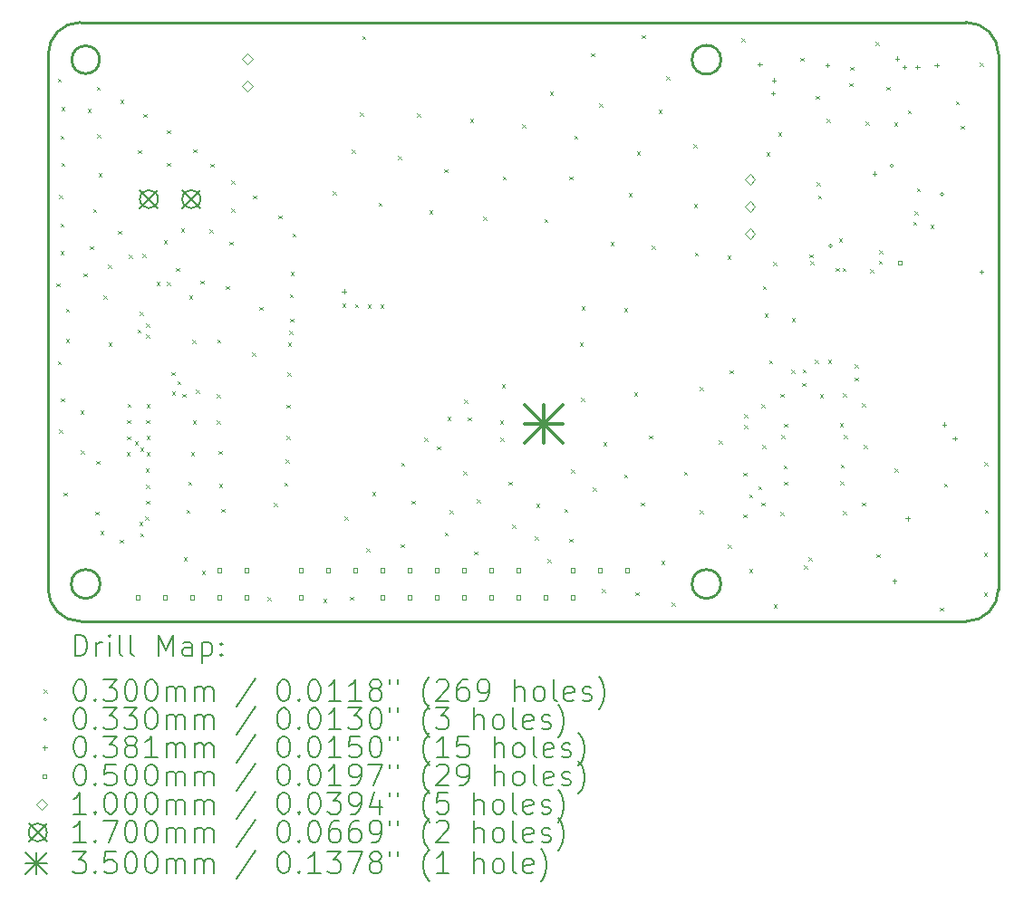
<source format=gbr>
%TF.GenerationSoftware,KiCad,Pcbnew,7.0.10*%
%TF.CreationDate,2024-12-22T17:19:56-08:00*%
%TF.ProjectId,mainbox2.1,6d61696e-626f-4783-922e-312e6b696361,rev?*%
%TF.SameCoordinates,Original*%
%TF.FileFunction,Drillmap*%
%TF.FilePolarity,Positive*%
%FSLAX45Y45*%
G04 Gerber Fmt 4.5, Leading zero omitted, Abs format (unit mm)*
G04 Created by KiCad (PCBNEW 7.0.10) date 2024-12-22 17:19:56*
%MOMM*%
%LPD*%
G01*
G04 APERTURE LIST*
%ADD10C,0.250000*%
%ADD11C,0.200000*%
%ADD12C,0.100000*%
%ADD13C,0.170000*%
%ADD14C,0.350000*%
G04 APERTURE END LIST*
D10*
X6467600Y-6162000D02*
G75*
G03*
X6167600Y-6462000I0J-300000D01*
G01*
X9072600Y-11762000D02*
X10412600Y-11762000D01*
X15045470Y-6462000D02*
G75*
G03*
X14745468Y-6162000I-300000J0D01*
G01*
X10412600Y-11762000D02*
X14745468Y-11762000D01*
X14745468Y-6162000D02*
X6467600Y-6162000D01*
X12452600Y-11412000D02*
G75*
G03*
X12182600Y-11412000I-135000J0D01*
G01*
X12182600Y-11412000D02*
G75*
G03*
X12452600Y-11412000I135000J0D01*
G01*
X14745468Y-11762008D02*
G75*
G03*
X15045468Y-11462000I2J299998D01*
G01*
X6467600Y-11762000D02*
X7734600Y-11762000D01*
X12452600Y-6512000D02*
G75*
G03*
X12182600Y-6512000I-135000J0D01*
G01*
X12182600Y-6512000D02*
G75*
G03*
X12452600Y-6512000I135000J0D01*
G01*
X6167600Y-6462000D02*
X6167600Y-9822064D01*
X6647600Y-6512000D02*
G75*
G03*
X6387600Y-6512000I-130000J0D01*
G01*
X6387600Y-6512000D02*
G75*
G03*
X6647600Y-6512000I130000J0D01*
G01*
X7734600Y-11762000D02*
X9072600Y-11762000D01*
X15045468Y-11462000D02*
X15045468Y-6462000D01*
X6167600Y-11462000D02*
G75*
G03*
X6467600Y-11762000I300000J0D01*
G01*
X6652600Y-11412000D02*
G75*
G03*
X6382600Y-11412000I-135000J0D01*
G01*
X6382600Y-11412000D02*
G75*
G03*
X6652600Y-11412000I135000J0D01*
G01*
X6167600Y-9822064D02*
X6167600Y-11462000D01*
D11*
D12*
X6246000Y-8600000D02*
X6276000Y-8630000D01*
X6276000Y-8600000D02*
X6246000Y-8630000D01*
X6257000Y-6687000D02*
X6287000Y-6717000D01*
X6287000Y-6687000D02*
X6257000Y-6717000D01*
X6258000Y-9330000D02*
X6288000Y-9360000D01*
X6288000Y-9330000D02*
X6258000Y-9360000D01*
X6268000Y-7777000D02*
X6298000Y-7807000D01*
X6298000Y-7777000D02*
X6268000Y-7807000D01*
X6270000Y-9969000D02*
X6300000Y-9999000D01*
X6300000Y-9969000D02*
X6270000Y-9999000D01*
X6284000Y-7223000D02*
X6314000Y-7253000D01*
X6314000Y-7223000D02*
X6284000Y-7253000D01*
X6284000Y-8043000D02*
X6314000Y-8073000D01*
X6314000Y-8043000D02*
X6284000Y-8073000D01*
X6284000Y-8300000D02*
X6314000Y-8330000D01*
X6314000Y-8300000D02*
X6284000Y-8330000D01*
X6286000Y-9676000D02*
X6316000Y-9706000D01*
X6316000Y-9676000D02*
X6286000Y-9706000D01*
X6289000Y-6957000D02*
X6319000Y-6987000D01*
X6319000Y-6957000D02*
X6289000Y-6987000D01*
X6289000Y-7476000D02*
X6319000Y-7506000D01*
X6319000Y-7476000D02*
X6289000Y-7506000D01*
X6313000Y-10558000D02*
X6343000Y-10588000D01*
X6343000Y-10558000D02*
X6313000Y-10588000D01*
X6332000Y-8839000D02*
X6362000Y-8869000D01*
X6362000Y-8839000D02*
X6332000Y-8869000D01*
X6332000Y-9124000D02*
X6362000Y-9154000D01*
X6362000Y-9124000D02*
X6332000Y-9154000D01*
X6469000Y-9789000D02*
X6499000Y-9819000D01*
X6499000Y-9789000D02*
X6469000Y-9819000D01*
X6472000Y-10162000D02*
X6502000Y-10192000D01*
X6502000Y-10162000D02*
X6472000Y-10192000D01*
X6498000Y-8507000D02*
X6528000Y-8537000D01*
X6528000Y-8507000D02*
X6498000Y-8537000D01*
X6535000Y-6970000D02*
X6565000Y-7000000D01*
X6565000Y-6970000D02*
X6535000Y-7000000D01*
X6559000Y-8255000D02*
X6589000Y-8285000D01*
X6589000Y-8255000D02*
X6559000Y-8285000D01*
X6588000Y-7907000D02*
X6618000Y-7937000D01*
X6618000Y-7907000D02*
X6588000Y-7937000D01*
X6610000Y-10736000D02*
X6640000Y-10766000D01*
X6640000Y-10736000D02*
X6610000Y-10766000D01*
X6615000Y-10261000D02*
X6645000Y-10291000D01*
X6645000Y-10261000D02*
X6615000Y-10291000D01*
X6621000Y-6764000D02*
X6651000Y-6794000D01*
X6651000Y-6764000D02*
X6621000Y-6794000D01*
X6627000Y-7208000D02*
X6657000Y-7238000D01*
X6657000Y-7208000D02*
X6627000Y-7238000D01*
X6638000Y-7574000D02*
X6668000Y-7604000D01*
X6668000Y-7574000D02*
X6638000Y-7604000D01*
X6653000Y-10919000D02*
X6683000Y-10949000D01*
X6683000Y-10919000D02*
X6653000Y-10949000D01*
X6685000Y-8714000D02*
X6715000Y-8744000D01*
X6715000Y-8714000D02*
X6685000Y-8744000D01*
X6727000Y-8426000D02*
X6757000Y-8456000D01*
X6757000Y-8426000D02*
X6727000Y-8456000D01*
X6730000Y-9155000D02*
X6760000Y-9185000D01*
X6760000Y-9155000D02*
X6730000Y-9185000D01*
X6818000Y-8109000D02*
X6848000Y-8139000D01*
X6848000Y-8109000D02*
X6818000Y-8139000D01*
X6839000Y-10997000D02*
X6869000Y-11027000D01*
X6869000Y-10997000D02*
X6839000Y-11027000D01*
X6842000Y-6885000D02*
X6872000Y-6915000D01*
X6872000Y-6885000D02*
X6842000Y-6915000D01*
X6899000Y-10181000D02*
X6929000Y-10211000D01*
X6929000Y-10181000D02*
X6899000Y-10211000D01*
X6904000Y-9881000D02*
X6934000Y-9911000D01*
X6934000Y-9881000D02*
X6904000Y-9911000D01*
X6905000Y-10031000D02*
X6935000Y-10061000D01*
X6935000Y-10031000D02*
X6905000Y-10061000D01*
X6907000Y-9729000D02*
X6937000Y-9759000D01*
X6937000Y-9729000D02*
X6907000Y-9759000D01*
X6922000Y-8335000D02*
X6952000Y-8365000D01*
X6952000Y-8335000D02*
X6922000Y-8365000D01*
X6974605Y-10077173D02*
X7004605Y-10107173D01*
X7004605Y-10077173D02*
X6974605Y-10107173D01*
X7001000Y-9032000D02*
X7031000Y-9062000D01*
X7031000Y-9032000D02*
X7001000Y-9062000D01*
X7007000Y-7356000D02*
X7037000Y-7386000D01*
X7037000Y-7356000D02*
X7007000Y-7386000D01*
X7020000Y-10834000D02*
X7050000Y-10864000D01*
X7050000Y-10834000D02*
X7020000Y-10864000D01*
X7022000Y-8869000D02*
X7052000Y-8899000D01*
X7052000Y-8869000D02*
X7022000Y-8899000D01*
X7026000Y-10139000D02*
X7056000Y-10169000D01*
X7056000Y-10139000D02*
X7026000Y-10169000D01*
X7026000Y-10938000D02*
X7056000Y-10968000D01*
X7056000Y-10938000D02*
X7026000Y-10968000D01*
X7049000Y-8325000D02*
X7079000Y-8355000D01*
X7079000Y-8325000D02*
X7049000Y-8355000D01*
X7057000Y-7018000D02*
X7087000Y-7048000D01*
X7087000Y-7018000D02*
X7057000Y-7048000D01*
X7075000Y-10781000D02*
X7105000Y-10811000D01*
X7105000Y-10781000D02*
X7075000Y-10811000D01*
X7078000Y-10334000D02*
X7108000Y-10364000D01*
X7108000Y-10334000D02*
X7078000Y-10364000D01*
X7080000Y-8979000D02*
X7110000Y-9009000D01*
X7110000Y-8979000D02*
X7080000Y-9009000D01*
X7080000Y-10633000D02*
X7110000Y-10663000D01*
X7110000Y-10633000D02*
X7080000Y-10663000D01*
X7083000Y-10485000D02*
X7113000Y-10515000D01*
X7113000Y-10485000D02*
X7083000Y-10515000D01*
X7084000Y-9081000D02*
X7114000Y-9111000D01*
X7114000Y-9081000D02*
X7084000Y-9111000D01*
X7084000Y-9881000D02*
X7114000Y-9911000D01*
X7114000Y-9881000D02*
X7084000Y-9911000D01*
X7086000Y-9730000D02*
X7116000Y-9760000D01*
X7116000Y-9730000D02*
X7086000Y-9760000D01*
X7086000Y-10179000D02*
X7116000Y-10209000D01*
X7116000Y-10179000D02*
X7086000Y-10209000D01*
X7088000Y-10030000D02*
X7118000Y-10060000D01*
X7118000Y-10030000D02*
X7088000Y-10060000D01*
X7180000Y-8591000D02*
X7210000Y-8621000D01*
X7210000Y-8591000D02*
X7180000Y-8621000D01*
X7248000Y-8200000D02*
X7278000Y-8230000D01*
X7278000Y-8200000D02*
X7248000Y-8230000D01*
X7277000Y-7171000D02*
X7307000Y-7201000D01*
X7307000Y-7171000D02*
X7277000Y-7201000D01*
X7277000Y-7476000D02*
X7307000Y-7506000D01*
X7307000Y-7476000D02*
X7277000Y-7506000D01*
X7277000Y-8588000D02*
X7307000Y-8618000D01*
X7307000Y-8588000D02*
X7277000Y-8618000D01*
X7320000Y-9432000D02*
X7350000Y-9462000D01*
X7350000Y-9432000D02*
X7320000Y-9462000D01*
X7324000Y-9612000D02*
X7354000Y-9642000D01*
X7354000Y-9612000D02*
X7324000Y-9642000D01*
X7360000Y-8457000D02*
X7390000Y-8487000D01*
X7390000Y-8457000D02*
X7360000Y-8487000D01*
X7375000Y-9515000D02*
X7405000Y-9545000D01*
X7405000Y-9515000D02*
X7375000Y-9545000D01*
X7407000Y-8090000D02*
X7437000Y-8120000D01*
X7437000Y-8090000D02*
X7407000Y-8120000D01*
X7423000Y-9636000D02*
X7453000Y-9666000D01*
X7453000Y-9636000D02*
X7423000Y-9666000D01*
X7433000Y-11162000D02*
X7463000Y-11192000D01*
X7463000Y-11162000D02*
X7433000Y-11192000D01*
X7460000Y-10717000D02*
X7490000Y-10747000D01*
X7490000Y-10717000D02*
X7460000Y-10747000D01*
X7475000Y-10456000D02*
X7505000Y-10486000D01*
X7505000Y-10456000D02*
X7475000Y-10486000D01*
X7483000Y-8715000D02*
X7513000Y-8745000D01*
X7513000Y-8715000D02*
X7483000Y-8745000D01*
X7500000Y-10180000D02*
X7530000Y-10210000D01*
X7530000Y-10180000D02*
X7500000Y-10210000D01*
X7514000Y-9129000D02*
X7544000Y-9159000D01*
X7544000Y-9129000D02*
X7514000Y-9159000D01*
X7517000Y-9883000D02*
X7547000Y-9913000D01*
X7547000Y-9883000D02*
X7517000Y-9913000D01*
X7523000Y-7347000D02*
X7553000Y-7377000D01*
X7553000Y-7347000D02*
X7523000Y-7377000D01*
X7546000Y-9597000D02*
X7576000Y-9627000D01*
X7576000Y-9597000D02*
X7546000Y-9627000D01*
X7589000Y-8577000D02*
X7619000Y-8607000D01*
X7619000Y-8577000D02*
X7589000Y-8607000D01*
X7604000Y-11290000D02*
X7634000Y-11320000D01*
X7634000Y-11290000D02*
X7604000Y-11320000D01*
X7675000Y-8096000D02*
X7705000Y-8126000D01*
X7705000Y-8096000D02*
X7675000Y-8126000D01*
X7683000Y-7484000D02*
X7713000Y-7514000D01*
X7713000Y-7484000D02*
X7683000Y-7514000D01*
X7744000Y-9637000D02*
X7774000Y-9667000D01*
X7774000Y-9637000D02*
X7744000Y-9667000D01*
X7744000Y-9882000D02*
X7774000Y-9912000D01*
X7774000Y-9882000D02*
X7744000Y-9912000D01*
X7745000Y-9125000D02*
X7775000Y-9155000D01*
X7775000Y-9125000D02*
X7745000Y-9155000D01*
X7758000Y-10168000D02*
X7788000Y-10198000D01*
X7788000Y-10168000D02*
X7758000Y-10198000D01*
X7764000Y-10475000D02*
X7794000Y-10505000D01*
X7794000Y-10475000D02*
X7764000Y-10505000D01*
X7783000Y-10709000D02*
X7813000Y-10739000D01*
X7813000Y-10709000D02*
X7783000Y-10739000D01*
X7826000Y-8627000D02*
X7856000Y-8657000D01*
X7856000Y-8627000D02*
X7826000Y-8657000D01*
X7861000Y-8211000D02*
X7891000Y-8241000D01*
X7891000Y-8211000D02*
X7861000Y-8241000D01*
X7878000Y-7901000D02*
X7908000Y-7931000D01*
X7908000Y-7901000D02*
X7878000Y-7931000D01*
X7880000Y-7641000D02*
X7910000Y-7671000D01*
X7910000Y-7641000D02*
X7880000Y-7671000D01*
X8074000Y-9250000D02*
X8104000Y-9280000D01*
X8104000Y-9250000D02*
X8074000Y-9280000D01*
X8083000Y-7782000D02*
X8113000Y-7812000D01*
X8113000Y-7782000D02*
X8083000Y-7812000D01*
X8139000Y-8821000D02*
X8169000Y-8851000D01*
X8169000Y-8821000D02*
X8139000Y-8851000D01*
X8218000Y-11536000D02*
X8248000Y-11566000D01*
X8248000Y-11536000D02*
X8218000Y-11566000D01*
X8276000Y-10654000D02*
X8306000Y-10684000D01*
X8306000Y-10654000D02*
X8276000Y-10684000D01*
X8319000Y-7965000D02*
X8349000Y-7995000D01*
X8349000Y-7965000D02*
X8319000Y-7995000D01*
X8372000Y-10466000D02*
X8402000Y-10496000D01*
X8402000Y-10466000D02*
X8372000Y-10496000D01*
X8387000Y-10250000D02*
X8417000Y-10280000D01*
X8417000Y-10250000D02*
X8387000Y-10280000D01*
X8394000Y-10029000D02*
X8424000Y-10059000D01*
X8424000Y-10029000D02*
X8394000Y-10059000D01*
X8396000Y-9737000D02*
X8426000Y-9767000D01*
X8426000Y-9737000D02*
X8396000Y-9767000D01*
X8404000Y-9434000D02*
X8434000Y-9464000D01*
X8434000Y-9434000D02*
X8404000Y-9464000D01*
X8406000Y-9154000D02*
X8436000Y-9184000D01*
X8436000Y-9154000D02*
X8406000Y-9184000D01*
X8421000Y-9044000D02*
X8451000Y-9074000D01*
X8451000Y-9044000D02*
X8421000Y-9074000D01*
X8423000Y-8705000D02*
X8453000Y-8735000D01*
X8453000Y-8705000D02*
X8423000Y-8735000D01*
X8427000Y-8931000D02*
X8457000Y-8961000D01*
X8457000Y-8931000D02*
X8427000Y-8961000D01*
X8431000Y-8496000D02*
X8461000Y-8526000D01*
X8461000Y-8496000D02*
X8431000Y-8526000D01*
X8450000Y-8135000D02*
X8480000Y-8165000D01*
X8480000Y-8135000D02*
X8450000Y-8165000D01*
X8738000Y-11551000D02*
X8768000Y-11581000D01*
X8768000Y-11551000D02*
X8738000Y-11581000D01*
X8828000Y-7740000D02*
X8858000Y-7770000D01*
X8858000Y-7740000D02*
X8828000Y-7770000D01*
X8916000Y-8791000D02*
X8946000Y-8821000D01*
X8946000Y-8791000D02*
X8916000Y-8821000D01*
X8938000Y-10782000D02*
X8968000Y-10812000D01*
X8968000Y-10782000D02*
X8938000Y-10812000D01*
X8985000Y-11531000D02*
X9015000Y-11561000D01*
X9015000Y-11531000D02*
X8985000Y-11561000D01*
X9003000Y-7354000D02*
X9033000Y-7384000D01*
X9033000Y-7354000D02*
X9003000Y-7384000D01*
X9033000Y-8797000D02*
X9063000Y-8827000D01*
X9063000Y-8797000D02*
X9033000Y-8827000D01*
X9082000Y-7005000D02*
X9112000Y-7035000D01*
X9112000Y-7005000D02*
X9082000Y-7035000D01*
X9103000Y-6289000D02*
X9133000Y-6319000D01*
X9133000Y-6289000D02*
X9103000Y-6319000D01*
X9138000Y-11080000D02*
X9168000Y-11110000D01*
X9168000Y-11080000D02*
X9138000Y-11110000D01*
X9154000Y-8799000D02*
X9184000Y-8829000D01*
X9184000Y-8799000D02*
X9154000Y-8829000D01*
X9195000Y-10553000D02*
X9225000Y-10583000D01*
X9225000Y-10553000D02*
X9195000Y-10583000D01*
X9254000Y-7849000D02*
X9284000Y-7879000D01*
X9284000Y-7849000D02*
X9254000Y-7879000D01*
X9270000Y-8799000D02*
X9300000Y-8829000D01*
X9300000Y-8799000D02*
X9270000Y-8829000D01*
X9438000Y-7410000D02*
X9468000Y-7440000D01*
X9468000Y-7410000D02*
X9438000Y-7440000D01*
X9462000Y-11039000D02*
X9492000Y-11069000D01*
X9492000Y-11039000D02*
X9462000Y-11069000D01*
X9467000Y-10277000D02*
X9497000Y-10307000D01*
X9497000Y-10277000D02*
X9467000Y-10307000D01*
X9562000Y-10633000D02*
X9592000Y-10663000D01*
X9592000Y-10633000D02*
X9562000Y-10663000D01*
X9613000Y-7014000D02*
X9643000Y-7044000D01*
X9643000Y-7014000D02*
X9613000Y-7044000D01*
X9681000Y-10043000D02*
X9711000Y-10073000D01*
X9711000Y-10043000D02*
X9681000Y-10073000D01*
X9729000Y-7921000D02*
X9759000Y-7951000D01*
X9759000Y-7921000D02*
X9729000Y-7951000D01*
X9799000Y-10125000D02*
X9829000Y-10155000D01*
X9829000Y-10125000D02*
X9799000Y-10155000D01*
X9867000Y-7536000D02*
X9897000Y-7566000D01*
X9897000Y-7536000D02*
X9867000Y-7566000D01*
X9873000Y-10930000D02*
X9903000Y-10960000D01*
X9903000Y-10930000D02*
X9873000Y-10960000D01*
X9897000Y-9850000D02*
X9927000Y-9880000D01*
X9927000Y-9850000D02*
X9897000Y-9880000D01*
X9917000Y-10721000D02*
X9947000Y-10751000D01*
X9947000Y-10721000D02*
X9917000Y-10751000D01*
X10047000Y-10359000D02*
X10077000Y-10389000D01*
X10077000Y-10359000D02*
X10047000Y-10389000D01*
X10054000Y-9689000D02*
X10084000Y-9719000D01*
X10084000Y-9689000D02*
X10054000Y-9719000D01*
X10088000Y-9853000D02*
X10118000Y-9883000D01*
X10118000Y-9853000D02*
X10088000Y-9883000D01*
X10108000Y-7067000D02*
X10138000Y-7097000D01*
X10138000Y-7067000D02*
X10108000Y-7097000D01*
X10146000Y-11109000D02*
X10176000Y-11139000D01*
X10176000Y-11109000D02*
X10146000Y-11139000D01*
X10173000Y-10623000D02*
X10203000Y-10653000D01*
X10203000Y-10623000D02*
X10173000Y-10653000D01*
X10233000Y-7977000D02*
X10263000Y-8007000D01*
X10263000Y-7977000D02*
X10233000Y-8007000D01*
X10387000Y-9886000D02*
X10417000Y-9916000D01*
X10417000Y-9886000D02*
X10387000Y-9916000D01*
X10392000Y-10046000D02*
X10422000Y-10076000D01*
X10422000Y-10046000D02*
X10392000Y-10076000D01*
X10404000Y-9546000D02*
X10434000Y-9576000D01*
X10434000Y-9546000D02*
X10404000Y-9576000D01*
X10415000Y-7602000D02*
X10445000Y-7632000D01*
X10445000Y-7602000D02*
X10415000Y-7632000D01*
X10467000Y-10456000D02*
X10497000Y-10486000D01*
X10497000Y-10456000D02*
X10467000Y-10486000D01*
X10504000Y-10856000D02*
X10534000Y-10886000D01*
X10534000Y-10856000D02*
X10504000Y-10886000D01*
X10596000Y-7117000D02*
X10626000Y-7147000D01*
X10626000Y-7117000D02*
X10596000Y-7147000D01*
X10714000Y-10966000D02*
X10744000Y-10996000D01*
X10744000Y-10966000D02*
X10714000Y-10996000D01*
X10727000Y-10665000D02*
X10757000Y-10695000D01*
X10757000Y-10665000D02*
X10727000Y-10695000D01*
X10804000Y-8001000D02*
X10834000Y-8031000D01*
X10834000Y-8001000D02*
X10804000Y-8031000D01*
X10832000Y-11180000D02*
X10862000Y-11210000D01*
X10862000Y-11180000D02*
X10832000Y-11210000D01*
X10853000Y-6812000D02*
X10883000Y-6842000D01*
X10883000Y-6812000D02*
X10853000Y-6842000D01*
X10990000Y-10711000D02*
X11020000Y-10741000D01*
X11020000Y-10711000D02*
X10990000Y-10741000D01*
X11035000Y-7602000D02*
X11065000Y-7632000D01*
X11065000Y-7602000D02*
X11035000Y-7632000D01*
X11037000Y-10989000D02*
X11067000Y-11019000D01*
X11067000Y-10989000D02*
X11037000Y-11019000D01*
X11051000Y-10340000D02*
X11081000Y-10370000D01*
X11081000Y-10340000D02*
X11051000Y-10370000D01*
X11081000Y-7222000D02*
X11111000Y-7252000D01*
X11111000Y-7222000D02*
X11081000Y-7252000D01*
X11133000Y-9158000D02*
X11163000Y-9188000D01*
X11163000Y-9158000D02*
X11133000Y-9188000D01*
X11148000Y-9672000D02*
X11178000Y-9702000D01*
X11178000Y-9672000D02*
X11148000Y-9702000D01*
X11151000Y-8819000D02*
X11181000Y-8849000D01*
X11181000Y-8819000D02*
X11151000Y-8849000D01*
X11240000Y-6451000D02*
X11270000Y-6481000D01*
X11270000Y-6451000D02*
X11240000Y-6481000D01*
X11258000Y-10511000D02*
X11288000Y-10541000D01*
X11288000Y-10511000D02*
X11258000Y-10541000D01*
X11315000Y-6921000D02*
X11345000Y-6951000D01*
X11345000Y-6921000D02*
X11315000Y-6951000D01*
X11339000Y-11460000D02*
X11369000Y-11490000D01*
X11369000Y-11460000D02*
X11339000Y-11490000D01*
X11353000Y-10089000D02*
X11383000Y-10119000D01*
X11383000Y-10089000D02*
X11353000Y-10119000D01*
X11420000Y-8218000D02*
X11450000Y-8248000D01*
X11450000Y-8218000D02*
X11420000Y-8248000D01*
X11548000Y-10389000D02*
X11578000Y-10419000D01*
X11578000Y-10389000D02*
X11548000Y-10419000D01*
X11550000Y-8833000D02*
X11580000Y-8863000D01*
X11580000Y-8833000D02*
X11550000Y-8863000D01*
X11592000Y-7757000D02*
X11622000Y-7787000D01*
X11622000Y-7757000D02*
X11592000Y-7787000D01*
X11643000Y-9623000D02*
X11673000Y-9653000D01*
X11673000Y-9623000D02*
X11643000Y-9653000D01*
X11654000Y-11489000D02*
X11684000Y-11519000D01*
X11684000Y-11489000D02*
X11654000Y-11519000D01*
X11668000Y-7371000D02*
X11698000Y-7401000D01*
X11698000Y-7371000D02*
X11668000Y-7401000D01*
X11707000Y-10651000D02*
X11737000Y-10681000D01*
X11737000Y-10651000D02*
X11707000Y-10681000D01*
X11712000Y-6281000D02*
X11742000Y-6311000D01*
X11742000Y-6281000D02*
X11712000Y-6311000D01*
X11780000Y-10025000D02*
X11810000Y-10055000D01*
X11810000Y-10025000D02*
X11780000Y-10055000D01*
X11806000Y-8248000D02*
X11836000Y-8278000D01*
X11836000Y-8248000D02*
X11806000Y-8278000D01*
X11871000Y-6979000D02*
X11901000Y-7009000D01*
X11901000Y-6979000D02*
X11871000Y-7009000D01*
X11896000Y-11198000D02*
X11926000Y-11228000D01*
X11926000Y-11198000D02*
X11896000Y-11228000D01*
X11940000Y-6669000D02*
X11970000Y-6699000D01*
X11970000Y-6669000D02*
X11940000Y-6699000D01*
X11992000Y-11588000D02*
X12022000Y-11618000D01*
X12022000Y-11588000D02*
X11992000Y-11618000D01*
X12109000Y-10361000D02*
X12139000Y-10391000D01*
X12139000Y-10361000D02*
X12109000Y-10391000D01*
X12195000Y-7304000D02*
X12225000Y-7334000D01*
X12225000Y-7304000D02*
X12195000Y-7334000D01*
X12202000Y-7859000D02*
X12232000Y-7889000D01*
X12232000Y-7859000D02*
X12202000Y-7889000D01*
X12209000Y-8314000D02*
X12239000Y-8344000D01*
X12239000Y-8314000D02*
X12209000Y-8344000D01*
X12256000Y-10721000D02*
X12286000Y-10751000D01*
X12286000Y-10721000D02*
X12256000Y-10751000D01*
X12257000Y-9573000D02*
X12287000Y-9603000D01*
X12287000Y-9573000D02*
X12257000Y-9603000D01*
X12432000Y-10070000D02*
X12462000Y-10100000D01*
X12462000Y-10070000D02*
X12432000Y-10100000D01*
X12515000Y-8344000D02*
X12545000Y-8374000D01*
X12545000Y-8344000D02*
X12515000Y-8374000D01*
X12520000Y-11042000D02*
X12550000Y-11072000D01*
X12550000Y-11042000D02*
X12520000Y-11072000D01*
X12535000Y-9416000D02*
X12565000Y-9446000D01*
X12565000Y-9416000D02*
X12535000Y-9446000D01*
X12643000Y-6312000D02*
X12673000Y-6342000D01*
X12673000Y-6312000D02*
X12643000Y-6342000D01*
X12661000Y-10372000D02*
X12691000Y-10402000D01*
X12691000Y-10372000D02*
X12661000Y-10402000D01*
X12661000Y-10759000D02*
X12691000Y-10789000D01*
X12691000Y-10759000D02*
X12661000Y-10789000D01*
X12668000Y-9824000D02*
X12698000Y-9854000D01*
X12698000Y-9824000D02*
X12668000Y-9854000D01*
X12671000Y-9926000D02*
X12701000Y-9956000D01*
X12701000Y-9926000D02*
X12671000Y-9956000D01*
X12717000Y-10576000D02*
X12747000Y-10606000D01*
X12747000Y-10576000D02*
X12717000Y-10606000D01*
X12718000Y-11275000D02*
X12748000Y-11305000D01*
X12748000Y-11275000D02*
X12718000Y-11305000D01*
X12801000Y-10497000D02*
X12831000Y-10527000D01*
X12831000Y-10497000D02*
X12801000Y-10527000D01*
X12831000Y-10651000D02*
X12861000Y-10681000D01*
X12861000Y-10651000D02*
X12831000Y-10681000D01*
X12832000Y-9730000D02*
X12862000Y-9760000D01*
X12862000Y-9730000D02*
X12832000Y-9760000D01*
X12838000Y-10111000D02*
X12868000Y-10141000D01*
X12868000Y-10111000D02*
X12838000Y-10141000D01*
X12843000Y-8628000D02*
X12873000Y-8658000D01*
X12873000Y-8628000D02*
X12843000Y-8658000D01*
X12859000Y-8886000D02*
X12889000Y-8916000D01*
X12889000Y-8886000D02*
X12859000Y-8916000D01*
X12876000Y-7377000D02*
X12906000Y-7407000D01*
X12906000Y-7377000D02*
X12876000Y-7407000D01*
X12903000Y-9323000D02*
X12933000Y-9353000D01*
X12933000Y-9323000D02*
X12903000Y-9353000D01*
X12941000Y-8403000D02*
X12971000Y-8433000D01*
X12971000Y-8403000D02*
X12941000Y-8433000D01*
X12944000Y-11605000D02*
X12974000Y-11635000D01*
X12974000Y-11605000D02*
X12944000Y-11635000D01*
X12986000Y-7194000D02*
X13016000Y-7224000D01*
X13016000Y-7194000D02*
X12986000Y-7224000D01*
X13007000Y-9633000D02*
X13037000Y-9663000D01*
X13037000Y-9633000D02*
X13007000Y-9663000D01*
X13010000Y-10739000D02*
X13040000Y-10769000D01*
X13040000Y-10739000D02*
X13010000Y-10769000D01*
X13017000Y-10019000D02*
X13047000Y-10049000D01*
X13047000Y-10019000D02*
X13017000Y-10049000D01*
X13037000Y-10304000D02*
X13067000Y-10334000D01*
X13067000Y-10304000D02*
X13037000Y-10334000D01*
X13041000Y-9915000D02*
X13071000Y-9945000D01*
X13071000Y-9915000D02*
X13041000Y-9945000D01*
X13043000Y-10457000D02*
X13073000Y-10487000D01*
X13073000Y-10457000D02*
X13043000Y-10487000D01*
X13111000Y-9411000D02*
X13141000Y-9441000D01*
X13141000Y-9411000D02*
X13111000Y-9441000D01*
X13114000Y-8926000D02*
X13144000Y-8956000D01*
X13144000Y-8926000D02*
X13114000Y-8956000D01*
X13197000Y-6493000D02*
X13227000Y-6523000D01*
X13227000Y-6493000D02*
X13197000Y-6523000D01*
X13210000Y-9534000D02*
X13240000Y-9564000D01*
X13240000Y-9534000D02*
X13210000Y-9564000D01*
X13216000Y-9404000D02*
X13246000Y-9434000D01*
X13246000Y-9404000D02*
X13216000Y-9434000D01*
X13228000Y-11239000D02*
X13258000Y-11269000D01*
X13258000Y-11239000D02*
X13228000Y-11269000D01*
X13273000Y-11163000D02*
X13303000Y-11193000D01*
X13303000Y-11163000D02*
X13273000Y-11193000D01*
X13281000Y-8332000D02*
X13311000Y-8362000D01*
X13311000Y-8332000D02*
X13281000Y-8362000D01*
X13289839Y-8393872D02*
X13319839Y-8423872D01*
X13319839Y-8393872D02*
X13289839Y-8423872D01*
X13329000Y-9316000D02*
X13359000Y-9346000D01*
X13359000Y-9316000D02*
X13329000Y-9346000D01*
X13337000Y-6848000D02*
X13367000Y-6878000D01*
X13367000Y-6848000D02*
X13337000Y-6878000D01*
X13348000Y-7656000D02*
X13378000Y-7686000D01*
X13378000Y-7656000D02*
X13348000Y-7686000D01*
X13360000Y-7782000D02*
X13390000Y-7812000D01*
X13390000Y-7782000D02*
X13360000Y-7812000D01*
X13376000Y-9637000D02*
X13406000Y-9667000D01*
X13406000Y-9637000D02*
X13376000Y-9667000D01*
X13439000Y-7064000D02*
X13469000Y-7094000D01*
X13469000Y-7064000D02*
X13439000Y-7094000D01*
X13455000Y-9319000D02*
X13485000Y-9349000D01*
X13485000Y-9319000D02*
X13455000Y-9349000D01*
X13527000Y-8456000D02*
X13557000Y-8486000D01*
X13557000Y-8456000D02*
X13527000Y-8486000D01*
X13555000Y-8183000D02*
X13585000Y-8213000D01*
X13585000Y-8183000D02*
X13555000Y-8213000D01*
X13565000Y-9908000D02*
X13595000Y-9938000D01*
X13595000Y-9908000D02*
X13565000Y-9938000D01*
X13566000Y-10451000D02*
X13596000Y-10481000D01*
X13596000Y-10451000D02*
X13566000Y-10481000D01*
X13573000Y-10296000D02*
X13603000Y-10326000D01*
X13603000Y-10296000D02*
X13573000Y-10326000D01*
X13587000Y-8459000D02*
X13617000Y-8489000D01*
X13617000Y-8459000D02*
X13587000Y-8489000D01*
X13592000Y-9629000D02*
X13622000Y-9659000D01*
X13622000Y-9629000D02*
X13592000Y-9659000D01*
X13595000Y-10732000D02*
X13625000Y-10762000D01*
X13625000Y-10732000D02*
X13595000Y-10762000D01*
X13603000Y-10022000D02*
X13633000Y-10052000D01*
X13633000Y-10022000D02*
X13603000Y-10052000D01*
X13652000Y-6731000D02*
X13682000Y-6761000D01*
X13682000Y-6731000D02*
X13652000Y-6761000D01*
X13661000Y-6578000D02*
X13691000Y-6608000D01*
X13691000Y-6578000D02*
X13661000Y-6608000D01*
X13704000Y-9482000D02*
X13734000Y-9512000D01*
X13734000Y-9482000D02*
X13704000Y-9512000D01*
X13705000Y-9359000D02*
X13735000Y-9389000D01*
X13735000Y-9359000D02*
X13705000Y-9389000D01*
X13770000Y-9724000D02*
X13800000Y-9754000D01*
X13800000Y-9724000D02*
X13770000Y-9754000D01*
X13771000Y-10651000D02*
X13801000Y-10681000D01*
X13801000Y-10651000D02*
X13771000Y-10681000D01*
X13789000Y-10112000D02*
X13819000Y-10142000D01*
X13819000Y-10112000D02*
X13789000Y-10142000D01*
X13807000Y-7089000D02*
X13837000Y-7119000D01*
X13837000Y-7089000D02*
X13807000Y-7119000D01*
X13848000Y-8472000D02*
X13878000Y-8502000D01*
X13878000Y-8472000D02*
X13848000Y-8502000D01*
X13899000Y-6343000D02*
X13929000Y-6373000D01*
X13929000Y-6343000D02*
X13899000Y-6373000D01*
X13908000Y-11132000D02*
X13938000Y-11162000D01*
X13938000Y-11132000D02*
X13908000Y-11162000D01*
X13928000Y-8389000D02*
X13958000Y-8419000D01*
X13958000Y-8389000D02*
X13928000Y-8419000D01*
X13933000Y-8291000D02*
X13963000Y-8321000D01*
X13963000Y-8291000D02*
X13933000Y-8321000D01*
X14001000Y-6764000D02*
X14031000Y-6794000D01*
X14031000Y-6764000D02*
X14001000Y-6794000D01*
X14072000Y-7099000D02*
X14102000Y-7129000D01*
X14102000Y-7099000D02*
X14072000Y-7129000D01*
X14075000Y-10335000D02*
X14105000Y-10365000D01*
X14105000Y-10335000D02*
X14075000Y-10365000D01*
X14200000Y-6983000D02*
X14230000Y-7013000D01*
X14230000Y-6983000D02*
X14200000Y-7013000D01*
X14251000Y-8025000D02*
X14281000Y-8055000D01*
X14281000Y-8025000D02*
X14251000Y-8055000D01*
X14262000Y-7929000D02*
X14292000Y-7959000D01*
X14292000Y-7929000D02*
X14262000Y-7959000D01*
X14284000Y-7712000D02*
X14314000Y-7742000D01*
X14314000Y-7712000D02*
X14284000Y-7742000D01*
X14411000Y-8056000D02*
X14441000Y-8086000D01*
X14441000Y-8056000D02*
X14411000Y-8086000D01*
X14498000Y-11634000D02*
X14528000Y-11664000D01*
X14528000Y-11634000D02*
X14498000Y-11664000D01*
X14538000Y-10472000D02*
X14568000Y-10502000D01*
X14568000Y-10472000D02*
X14538000Y-10502000D01*
X14648000Y-6899000D02*
X14678000Y-6929000D01*
X14678000Y-6899000D02*
X14648000Y-6929000D01*
X14695000Y-7129000D02*
X14725000Y-7159000D01*
X14725000Y-7129000D02*
X14695000Y-7159000D01*
X14871000Y-6541000D02*
X14901000Y-6571000D01*
X14901000Y-6541000D02*
X14871000Y-6571000D01*
X14910000Y-11122000D02*
X14940000Y-11152000D01*
X14940000Y-11122000D02*
X14910000Y-11152000D01*
X14910000Y-11495000D02*
X14940000Y-11525000D01*
X14940000Y-11495000D02*
X14910000Y-11525000D01*
X14913000Y-10272000D02*
X14943000Y-10302000D01*
X14943000Y-10272000D02*
X14913000Y-10302000D01*
X14920000Y-10720000D02*
X14950000Y-10750000D01*
X14950000Y-10720000D02*
X14920000Y-10750000D01*
X13494110Y-8252000D02*
G75*
G03*
X13461090Y-8252000I-16510J0D01*
G01*
X13461090Y-8252000D02*
G75*
G03*
X13494110Y-8252000I16510J0D01*
G01*
X14064110Y-7502000D02*
G75*
G03*
X14031090Y-7502000I-16510J0D01*
G01*
X14031090Y-7502000D02*
G75*
G03*
X14064110Y-7502000I16510J0D01*
G01*
X14534110Y-7772000D02*
G75*
G03*
X14501090Y-7772000I-16510J0D01*
G01*
X14501090Y-7772000D02*
G75*
G03*
X14534110Y-7772000I16510J0D01*
G01*
X8931000Y-8657950D02*
X8931000Y-8696050D01*
X8911950Y-8677000D02*
X8950050Y-8677000D01*
X12815000Y-6534950D02*
X12815000Y-6573050D01*
X12795950Y-6554000D02*
X12834050Y-6554000D01*
X12939000Y-6805950D02*
X12939000Y-6844050D01*
X12919950Y-6825000D02*
X12958050Y-6825000D01*
X12948000Y-6685950D02*
X12948000Y-6724050D01*
X12928950Y-6705000D02*
X12967050Y-6705000D01*
X13447600Y-6542950D02*
X13447600Y-6581050D01*
X13428550Y-6562000D02*
X13466650Y-6562000D01*
X13886000Y-7557950D02*
X13886000Y-7596050D01*
X13866950Y-7577000D02*
X13905050Y-7577000D01*
X14072000Y-11364950D02*
X14072000Y-11403050D01*
X14052950Y-11384000D02*
X14091050Y-11384000D01*
X14097600Y-6482950D02*
X14097600Y-6521050D01*
X14078550Y-6502000D02*
X14116650Y-6502000D01*
X14167600Y-6562950D02*
X14167600Y-6601050D01*
X14148550Y-6582000D02*
X14186650Y-6582000D01*
X14198000Y-10780950D02*
X14198000Y-10819050D01*
X14178950Y-10800000D02*
X14217050Y-10800000D01*
X14287600Y-6562950D02*
X14287600Y-6601050D01*
X14268550Y-6582000D02*
X14306650Y-6582000D01*
X14467600Y-6542950D02*
X14467600Y-6581050D01*
X14448550Y-6562000D02*
X14486650Y-6562000D01*
X14537600Y-9902950D02*
X14537600Y-9941050D01*
X14518550Y-9922000D02*
X14556650Y-9922000D01*
X14637600Y-10032950D02*
X14637600Y-10071050D01*
X14618550Y-10052000D02*
X14656650Y-10052000D01*
X14887600Y-8472950D02*
X14887600Y-8511050D01*
X14868550Y-8492000D02*
X14906650Y-8492000D01*
X7022278Y-11555678D02*
X7022278Y-11520322D01*
X6986922Y-11520322D01*
X6986922Y-11555678D01*
X7022278Y-11555678D01*
X7276278Y-11555678D02*
X7276278Y-11520322D01*
X7240922Y-11520322D01*
X7240922Y-11555678D01*
X7276278Y-11555678D01*
X7530278Y-11555678D02*
X7530278Y-11520322D01*
X7494922Y-11520322D01*
X7494922Y-11555678D01*
X7530278Y-11555678D01*
X7784278Y-11301678D02*
X7784278Y-11266322D01*
X7748922Y-11266322D01*
X7748922Y-11301678D01*
X7784278Y-11301678D01*
X7784278Y-11555678D02*
X7784278Y-11520322D01*
X7748922Y-11520322D01*
X7748922Y-11555678D01*
X7784278Y-11555678D01*
X8038278Y-11301678D02*
X8038278Y-11266322D01*
X8002922Y-11266322D01*
X8002922Y-11301678D01*
X8038278Y-11301678D01*
X8038278Y-11555678D02*
X8038278Y-11520322D01*
X8002922Y-11520322D01*
X8002922Y-11555678D01*
X8038278Y-11555678D01*
X8546278Y-11301678D02*
X8546278Y-11266322D01*
X8510922Y-11266322D01*
X8510922Y-11301678D01*
X8546278Y-11301678D01*
X8546278Y-11555678D02*
X8546278Y-11520322D01*
X8510922Y-11520322D01*
X8510922Y-11555678D01*
X8546278Y-11555678D01*
X8800278Y-11301678D02*
X8800278Y-11266322D01*
X8764922Y-11266322D01*
X8764922Y-11301678D01*
X8800278Y-11301678D01*
X9054278Y-11301678D02*
X9054278Y-11266322D01*
X9018922Y-11266322D01*
X9018922Y-11301678D01*
X9054278Y-11301678D01*
X9308278Y-11301678D02*
X9308278Y-11266322D01*
X9272922Y-11266322D01*
X9272922Y-11301678D01*
X9308278Y-11301678D01*
X9308278Y-11555678D02*
X9308278Y-11520322D01*
X9272922Y-11520322D01*
X9272922Y-11555678D01*
X9308278Y-11555678D01*
X9562278Y-11301678D02*
X9562278Y-11266322D01*
X9526922Y-11266322D01*
X9526922Y-11301678D01*
X9562278Y-11301678D01*
X9562278Y-11555678D02*
X9562278Y-11520322D01*
X9526922Y-11520322D01*
X9526922Y-11555678D01*
X9562278Y-11555678D01*
X9816278Y-11301678D02*
X9816278Y-11266322D01*
X9780922Y-11266322D01*
X9780922Y-11301678D01*
X9816278Y-11301678D01*
X9816278Y-11555678D02*
X9816278Y-11520322D01*
X9780922Y-11520322D01*
X9780922Y-11555678D01*
X9816278Y-11555678D01*
X10070278Y-11301678D02*
X10070278Y-11266322D01*
X10034922Y-11266322D01*
X10034922Y-11301678D01*
X10070278Y-11301678D01*
X10070278Y-11555678D02*
X10070278Y-11520322D01*
X10034922Y-11520322D01*
X10034922Y-11555678D01*
X10070278Y-11555678D01*
X10324278Y-11301678D02*
X10324278Y-11266322D01*
X10288922Y-11266322D01*
X10288922Y-11301678D01*
X10324278Y-11301678D01*
X10324278Y-11555678D02*
X10324278Y-11520322D01*
X10288922Y-11520322D01*
X10288922Y-11555678D01*
X10324278Y-11555678D01*
X10578278Y-11301678D02*
X10578278Y-11266322D01*
X10542922Y-11266322D01*
X10542922Y-11301678D01*
X10578278Y-11301678D01*
X10578278Y-11555678D02*
X10578278Y-11520322D01*
X10542922Y-11520322D01*
X10542922Y-11555678D01*
X10578278Y-11555678D01*
X10832278Y-11555678D02*
X10832278Y-11520322D01*
X10796922Y-11520322D01*
X10796922Y-11555678D01*
X10832278Y-11555678D01*
X11086278Y-11301678D02*
X11086278Y-11266322D01*
X11050922Y-11266322D01*
X11050922Y-11301678D01*
X11086278Y-11301678D01*
X11086278Y-11555678D02*
X11086278Y-11520322D01*
X11050922Y-11520322D01*
X11050922Y-11555678D01*
X11086278Y-11555678D01*
X11340278Y-11301678D02*
X11340278Y-11266322D01*
X11304922Y-11266322D01*
X11304922Y-11301678D01*
X11340278Y-11301678D01*
X11594278Y-11301678D02*
X11594278Y-11266322D01*
X11558922Y-11266322D01*
X11558922Y-11301678D01*
X11594278Y-11301678D01*
X14145278Y-8429678D02*
X14145278Y-8394322D01*
X14109922Y-8394322D01*
X14109922Y-8429678D01*
X14145278Y-8429678D01*
X8026400Y-6557480D02*
X8076400Y-6507480D01*
X8026400Y-6457480D01*
X7976400Y-6507480D01*
X8026400Y-6557480D01*
X8026400Y-6811480D02*
X8076400Y-6761480D01*
X8026400Y-6711480D01*
X7976400Y-6761480D01*
X8026400Y-6811480D01*
X12724000Y-7678000D02*
X12774000Y-7628000D01*
X12724000Y-7578000D01*
X12674000Y-7628000D01*
X12724000Y-7678000D01*
X12724000Y-7932000D02*
X12774000Y-7882000D01*
X12724000Y-7832000D01*
X12674000Y-7882000D01*
X12724000Y-7932000D01*
X12724000Y-8186000D02*
X12774000Y-8136000D01*
X12724000Y-8086000D01*
X12674000Y-8136000D01*
X12724000Y-8186000D01*
D13*
X7024000Y-7730000D02*
X7194000Y-7900000D01*
X7194000Y-7730000D02*
X7024000Y-7900000D01*
X7194000Y-7815000D02*
G75*
G03*
X7024000Y-7815000I-85000J0D01*
G01*
X7024000Y-7815000D02*
G75*
G03*
X7194000Y-7815000I85000J0D01*
G01*
X7420000Y-7730000D02*
X7590000Y-7900000D01*
X7590000Y-7730000D02*
X7420000Y-7900000D01*
X7590000Y-7815000D02*
G75*
G03*
X7420000Y-7815000I-85000J0D01*
G01*
X7420000Y-7815000D02*
G75*
G03*
X7590000Y-7815000I85000J0D01*
G01*
D14*
X10621250Y-9742000D02*
X10971250Y-10092000D01*
X10971250Y-9742000D02*
X10621250Y-10092000D01*
X10796250Y-9742000D02*
X10796250Y-10092000D01*
X10621250Y-9917000D02*
X10971250Y-9917000D01*
D11*
X6415877Y-12085992D02*
X6415877Y-11885992D01*
X6415877Y-11885992D02*
X6463496Y-11885992D01*
X6463496Y-11885992D02*
X6492067Y-11895516D01*
X6492067Y-11895516D02*
X6511115Y-11914563D01*
X6511115Y-11914563D02*
X6520639Y-11933611D01*
X6520639Y-11933611D02*
X6530162Y-11971706D01*
X6530162Y-11971706D02*
X6530162Y-12000277D01*
X6530162Y-12000277D02*
X6520639Y-12038373D01*
X6520639Y-12038373D02*
X6511115Y-12057420D01*
X6511115Y-12057420D02*
X6492067Y-12076468D01*
X6492067Y-12076468D02*
X6463496Y-12085992D01*
X6463496Y-12085992D02*
X6415877Y-12085992D01*
X6615877Y-12085992D02*
X6615877Y-11952658D01*
X6615877Y-11990754D02*
X6625401Y-11971706D01*
X6625401Y-11971706D02*
X6634924Y-11962182D01*
X6634924Y-11962182D02*
X6653972Y-11952658D01*
X6653972Y-11952658D02*
X6673020Y-11952658D01*
X6739686Y-12085992D02*
X6739686Y-11952658D01*
X6739686Y-11885992D02*
X6730162Y-11895516D01*
X6730162Y-11895516D02*
X6739686Y-11905039D01*
X6739686Y-11905039D02*
X6749210Y-11895516D01*
X6749210Y-11895516D02*
X6739686Y-11885992D01*
X6739686Y-11885992D02*
X6739686Y-11905039D01*
X6863496Y-12085992D02*
X6844448Y-12076468D01*
X6844448Y-12076468D02*
X6834924Y-12057420D01*
X6834924Y-12057420D02*
X6834924Y-11885992D01*
X6968258Y-12085992D02*
X6949210Y-12076468D01*
X6949210Y-12076468D02*
X6939686Y-12057420D01*
X6939686Y-12057420D02*
X6939686Y-11885992D01*
X7196829Y-12085992D02*
X7196829Y-11885992D01*
X7196829Y-11885992D02*
X7263496Y-12028849D01*
X7263496Y-12028849D02*
X7330162Y-11885992D01*
X7330162Y-11885992D02*
X7330162Y-12085992D01*
X7511115Y-12085992D02*
X7511115Y-11981230D01*
X7511115Y-11981230D02*
X7501591Y-11962182D01*
X7501591Y-11962182D02*
X7482543Y-11952658D01*
X7482543Y-11952658D02*
X7444448Y-11952658D01*
X7444448Y-11952658D02*
X7425401Y-11962182D01*
X7511115Y-12076468D02*
X7492067Y-12085992D01*
X7492067Y-12085992D02*
X7444448Y-12085992D01*
X7444448Y-12085992D02*
X7425401Y-12076468D01*
X7425401Y-12076468D02*
X7415877Y-12057420D01*
X7415877Y-12057420D02*
X7415877Y-12038373D01*
X7415877Y-12038373D02*
X7425401Y-12019325D01*
X7425401Y-12019325D02*
X7444448Y-12009801D01*
X7444448Y-12009801D02*
X7492067Y-12009801D01*
X7492067Y-12009801D02*
X7511115Y-12000277D01*
X7606353Y-11952658D02*
X7606353Y-12152658D01*
X7606353Y-11962182D02*
X7625401Y-11952658D01*
X7625401Y-11952658D02*
X7663496Y-11952658D01*
X7663496Y-11952658D02*
X7682543Y-11962182D01*
X7682543Y-11962182D02*
X7692067Y-11971706D01*
X7692067Y-11971706D02*
X7701591Y-11990754D01*
X7701591Y-11990754D02*
X7701591Y-12047896D01*
X7701591Y-12047896D02*
X7692067Y-12066944D01*
X7692067Y-12066944D02*
X7682543Y-12076468D01*
X7682543Y-12076468D02*
X7663496Y-12085992D01*
X7663496Y-12085992D02*
X7625401Y-12085992D01*
X7625401Y-12085992D02*
X7606353Y-12076468D01*
X7787305Y-12066944D02*
X7796829Y-12076468D01*
X7796829Y-12076468D02*
X7787305Y-12085992D01*
X7787305Y-12085992D02*
X7777782Y-12076468D01*
X7777782Y-12076468D02*
X7787305Y-12066944D01*
X7787305Y-12066944D02*
X7787305Y-12085992D01*
X7787305Y-11962182D02*
X7796829Y-11971706D01*
X7796829Y-11971706D02*
X7787305Y-11981230D01*
X7787305Y-11981230D02*
X7777782Y-11971706D01*
X7777782Y-11971706D02*
X7787305Y-11962182D01*
X7787305Y-11962182D02*
X7787305Y-11981230D01*
D12*
X6125100Y-12399508D02*
X6155100Y-12429508D01*
X6155100Y-12399508D02*
X6125100Y-12429508D01*
D11*
X6453972Y-12305992D02*
X6473020Y-12305992D01*
X6473020Y-12305992D02*
X6492067Y-12315516D01*
X6492067Y-12315516D02*
X6501591Y-12325039D01*
X6501591Y-12325039D02*
X6511115Y-12344087D01*
X6511115Y-12344087D02*
X6520639Y-12382182D01*
X6520639Y-12382182D02*
X6520639Y-12429801D01*
X6520639Y-12429801D02*
X6511115Y-12467896D01*
X6511115Y-12467896D02*
X6501591Y-12486944D01*
X6501591Y-12486944D02*
X6492067Y-12496468D01*
X6492067Y-12496468D02*
X6473020Y-12505992D01*
X6473020Y-12505992D02*
X6453972Y-12505992D01*
X6453972Y-12505992D02*
X6434924Y-12496468D01*
X6434924Y-12496468D02*
X6425401Y-12486944D01*
X6425401Y-12486944D02*
X6415877Y-12467896D01*
X6415877Y-12467896D02*
X6406353Y-12429801D01*
X6406353Y-12429801D02*
X6406353Y-12382182D01*
X6406353Y-12382182D02*
X6415877Y-12344087D01*
X6415877Y-12344087D02*
X6425401Y-12325039D01*
X6425401Y-12325039D02*
X6434924Y-12315516D01*
X6434924Y-12315516D02*
X6453972Y-12305992D01*
X6606353Y-12486944D02*
X6615877Y-12496468D01*
X6615877Y-12496468D02*
X6606353Y-12505992D01*
X6606353Y-12505992D02*
X6596829Y-12496468D01*
X6596829Y-12496468D02*
X6606353Y-12486944D01*
X6606353Y-12486944D02*
X6606353Y-12505992D01*
X6682543Y-12305992D02*
X6806353Y-12305992D01*
X6806353Y-12305992D02*
X6739686Y-12382182D01*
X6739686Y-12382182D02*
X6768258Y-12382182D01*
X6768258Y-12382182D02*
X6787305Y-12391706D01*
X6787305Y-12391706D02*
X6796829Y-12401230D01*
X6796829Y-12401230D02*
X6806353Y-12420277D01*
X6806353Y-12420277D02*
X6806353Y-12467896D01*
X6806353Y-12467896D02*
X6796829Y-12486944D01*
X6796829Y-12486944D02*
X6787305Y-12496468D01*
X6787305Y-12496468D02*
X6768258Y-12505992D01*
X6768258Y-12505992D02*
X6711115Y-12505992D01*
X6711115Y-12505992D02*
X6692067Y-12496468D01*
X6692067Y-12496468D02*
X6682543Y-12486944D01*
X6930162Y-12305992D02*
X6949210Y-12305992D01*
X6949210Y-12305992D02*
X6968258Y-12315516D01*
X6968258Y-12315516D02*
X6977782Y-12325039D01*
X6977782Y-12325039D02*
X6987305Y-12344087D01*
X6987305Y-12344087D02*
X6996829Y-12382182D01*
X6996829Y-12382182D02*
X6996829Y-12429801D01*
X6996829Y-12429801D02*
X6987305Y-12467896D01*
X6987305Y-12467896D02*
X6977782Y-12486944D01*
X6977782Y-12486944D02*
X6968258Y-12496468D01*
X6968258Y-12496468D02*
X6949210Y-12505992D01*
X6949210Y-12505992D02*
X6930162Y-12505992D01*
X6930162Y-12505992D02*
X6911115Y-12496468D01*
X6911115Y-12496468D02*
X6901591Y-12486944D01*
X6901591Y-12486944D02*
X6892067Y-12467896D01*
X6892067Y-12467896D02*
X6882543Y-12429801D01*
X6882543Y-12429801D02*
X6882543Y-12382182D01*
X6882543Y-12382182D02*
X6892067Y-12344087D01*
X6892067Y-12344087D02*
X6901591Y-12325039D01*
X6901591Y-12325039D02*
X6911115Y-12315516D01*
X6911115Y-12315516D02*
X6930162Y-12305992D01*
X7120639Y-12305992D02*
X7139686Y-12305992D01*
X7139686Y-12305992D02*
X7158734Y-12315516D01*
X7158734Y-12315516D02*
X7168258Y-12325039D01*
X7168258Y-12325039D02*
X7177782Y-12344087D01*
X7177782Y-12344087D02*
X7187305Y-12382182D01*
X7187305Y-12382182D02*
X7187305Y-12429801D01*
X7187305Y-12429801D02*
X7177782Y-12467896D01*
X7177782Y-12467896D02*
X7168258Y-12486944D01*
X7168258Y-12486944D02*
X7158734Y-12496468D01*
X7158734Y-12496468D02*
X7139686Y-12505992D01*
X7139686Y-12505992D02*
X7120639Y-12505992D01*
X7120639Y-12505992D02*
X7101591Y-12496468D01*
X7101591Y-12496468D02*
X7092067Y-12486944D01*
X7092067Y-12486944D02*
X7082543Y-12467896D01*
X7082543Y-12467896D02*
X7073020Y-12429801D01*
X7073020Y-12429801D02*
X7073020Y-12382182D01*
X7073020Y-12382182D02*
X7082543Y-12344087D01*
X7082543Y-12344087D02*
X7092067Y-12325039D01*
X7092067Y-12325039D02*
X7101591Y-12315516D01*
X7101591Y-12315516D02*
X7120639Y-12305992D01*
X7273020Y-12505992D02*
X7273020Y-12372658D01*
X7273020Y-12391706D02*
X7282543Y-12382182D01*
X7282543Y-12382182D02*
X7301591Y-12372658D01*
X7301591Y-12372658D02*
X7330163Y-12372658D01*
X7330163Y-12372658D02*
X7349210Y-12382182D01*
X7349210Y-12382182D02*
X7358734Y-12401230D01*
X7358734Y-12401230D02*
X7358734Y-12505992D01*
X7358734Y-12401230D02*
X7368258Y-12382182D01*
X7368258Y-12382182D02*
X7387305Y-12372658D01*
X7387305Y-12372658D02*
X7415877Y-12372658D01*
X7415877Y-12372658D02*
X7434924Y-12382182D01*
X7434924Y-12382182D02*
X7444448Y-12401230D01*
X7444448Y-12401230D02*
X7444448Y-12505992D01*
X7539686Y-12505992D02*
X7539686Y-12372658D01*
X7539686Y-12391706D02*
X7549210Y-12382182D01*
X7549210Y-12382182D02*
X7568258Y-12372658D01*
X7568258Y-12372658D02*
X7596829Y-12372658D01*
X7596829Y-12372658D02*
X7615877Y-12382182D01*
X7615877Y-12382182D02*
X7625401Y-12401230D01*
X7625401Y-12401230D02*
X7625401Y-12505992D01*
X7625401Y-12401230D02*
X7634924Y-12382182D01*
X7634924Y-12382182D02*
X7653972Y-12372658D01*
X7653972Y-12372658D02*
X7682543Y-12372658D01*
X7682543Y-12372658D02*
X7701591Y-12382182D01*
X7701591Y-12382182D02*
X7711115Y-12401230D01*
X7711115Y-12401230D02*
X7711115Y-12505992D01*
X8101591Y-12296468D02*
X7930163Y-12553611D01*
X8358734Y-12305992D02*
X8377782Y-12305992D01*
X8377782Y-12305992D02*
X8396829Y-12315516D01*
X8396829Y-12315516D02*
X8406353Y-12325039D01*
X8406353Y-12325039D02*
X8415877Y-12344087D01*
X8415877Y-12344087D02*
X8425401Y-12382182D01*
X8425401Y-12382182D02*
X8425401Y-12429801D01*
X8425401Y-12429801D02*
X8415877Y-12467896D01*
X8415877Y-12467896D02*
X8406353Y-12486944D01*
X8406353Y-12486944D02*
X8396829Y-12496468D01*
X8396829Y-12496468D02*
X8377782Y-12505992D01*
X8377782Y-12505992D02*
X8358734Y-12505992D01*
X8358734Y-12505992D02*
X8339686Y-12496468D01*
X8339686Y-12496468D02*
X8330163Y-12486944D01*
X8330163Y-12486944D02*
X8320639Y-12467896D01*
X8320639Y-12467896D02*
X8311115Y-12429801D01*
X8311115Y-12429801D02*
X8311115Y-12382182D01*
X8311115Y-12382182D02*
X8320639Y-12344087D01*
X8320639Y-12344087D02*
X8330163Y-12325039D01*
X8330163Y-12325039D02*
X8339686Y-12315516D01*
X8339686Y-12315516D02*
X8358734Y-12305992D01*
X8511115Y-12486944D02*
X8520639Y-12496468D01*
X8520639Y-12496468D02*
X8511115Y-12505992D01*
X8511115Y-12505992D02*
X8501591Y-12496468D01*
X8501591Y-12496468D02*
X8511115Y-12486944D01*
X8511115Y-12486944D02*
X8511115Y-12505992D01*
X8644448Y-12305992D02*
X8663496Y-12305992D01*
X8663496Y-12305992D02*
X8682544Y-12315516D01*
X8682544Y-12315516D02*
X8692068Y-12325039D01*
X8692068Y-12325039D02*
X8701591Y-12344087D01*
X8701591Y-12344087D02*
X8711115Y-12382182D01*
X8711115Y-12382182D02*
X8711115Y-12429801D01*
X8711115Y-12429801D02*
X8701591Y-12467896D01*
X8701591Y-12467896D02*
X8692068Y-12486944D01*
X8692068Y-12486944D02*
X8682544Y-12496468D01*
X8682544Y-12496468D02*
X8663496Y-12505992D01*
X8663496Y-12505992D02*
X8644448Y-12505992D01*
X8644448Y-12505992D02*
X8625401Y-12496468D01*
X8625401Y-12496468D02*
X8615877Y-12486944D01*
X8615877Y-12486944D02*
X8606353Y-12467896D01*
X8606353Y-12467896D02*
X8596829Y-12429801D01*
X8596829Y-12429801D02*
X8596829Y-12382182D01*
X8596829Y-12382182D02*
X8606353Y-12344087D01*
X8606353Y-12344087D02*
X8615877Y-12325039D01*
X8615877Y-12325039D02*
X8625401Y-12315516D01*
X8625401Y-12315516D02*
X8644448Y-12305992D01*
X8901591Y-12505992D02*
X8787306Y-12505992D01*
X8844448Y-12505992D02*
X8844448Y-12305992D01*
X8844448Y-12305992D02*
X8825401Y-12334563D01*
X8825401Y-12334563D02*
X8806353Y-12353611D01*
X8806353Y-12353611D02*
X8787306Y-12363135D01*
X9092068Y-12505992D02*
X8977782Y-12505992D01*
X9034925Y-12505992D02*
X9034925Y-12305992D01*
X9034925Y-12305992D02*
X9015877Y-12334563D01*
X9015877Y-12334563D02*
X8996829Y-12353611D01*
X8996829Y-12353611D02*
X8977782Y-12363135D01*
X9206353Y-12391706D02*
X9187306Y-12382182D01*
X9187306Y-12382182D02*
X9177782Y-12372658D01*
X9177782Y-12372658D02*
X9168258Y-12353611D01*
X9168258Y-12353611D02*
X9168258Y-12344087D01*
X9168258Y-12344087D02*
X9177782Y-12325039D01*
X9177782Y-12325039D02*
X9187306Y-12315516D01*
X9187306Y-12315516D02*
X9206353Y-12305992D01*
X9206353Y-12305992D02*
X9244449Y-12305992D01*
X9244449Y-12305992D02*
X9263496Y-12315516D01*
X9263496Y-12315516D02*
X9273020Y-12325039D01*
X9273020Y-12325039D02*
X9282544Y-12344087D01*
X9282544Y-12344087D02*
X9282544Y-12353611D01*
X9282544Y-12353611D02*
X9273020Y-12372658D01*
X9273020Y-12372658D02*
X9263496Y-12382182D01*
X9263496Y-12382182D02*
X9244449Y-12391706D01*
X9244449Y-12391706D02*
X9206353Y-12391706D01*
X9206353Y-12391706D02*
X9187306Y-12401230D01*
X9187306Y-12401230D02*
X9177782Y-12410754D01*
X9177782Y-12410754D02*
X9168258Y-12429801D01*
X9168258Y-12429801D02*
X9168258Y-12467896D01*
X9168258Y-12467896D02*
X9177782Y-12486944D01*
X9177782Y-12486944D02*
X9187306Y-12496468D01*
X9187306Y-12496468D02*
X9206353Y-12505992D01*
X9206353Y-12505992D02*
X9244449Y-12505992D01*
X9244449Y-12505992D02*
X9263496Y-12496468D01*
X9263496Y-12496468D02*
X9273020Y-12486944D01*
X9273020Y-12486944D02*
X9282544Y-12467896D01*
X9282544Y-12467896D02*
X9282544Y-12429801D01*
X9282544Y-12429801D02*
X9273020Y-12410754D01*
X9273020Y-12410754D02*
X9263496Y-12401230D01*
X9263496Y-12401230D02*
X9244449Y-12391706D01*
X9358734Y-12305992D02*
X9358734Y-12344087D01*
X9434925Y-12305992D02*
X9434925Y-12344087D01*
X9730163Y-12582182D02*
X9720639Y-12572658D01*
X9720639Y-12572658D02*
X9701591Y-12544087D01*
X9701591Y-12544087D02*
X9692068Y-12525039D01*
X9692068Y-12525039D02*
X9682544Y-12496468D01*
X9682544Y-12496468D02*
X9673020Y-12448849D01*
X9673020Y-12448849D02*
X9673020Y-12410754D01*
X9673020Y-12410754D02*
X9682544Y-12363135D01*
X9682544Y-12363135D02*
X9692068Y-12334563D01*
X9692068Y-12334563D02*
X9701591Y-12315516D01*
X9701591Y-12315516D02*
X9720639Y-12286944D01*
X9720639Y-12286944D02*
X9730163Y-12277420D01*
X9796830Y-12325039D02*
X9806353Y-12315516D01*
X9806353Y-12315516D02*
X9825401Y-12305992D01*
X9825401Y-12305992D02*
X9873020Y-12305992D01*
X9873020Y-12305992D02*
X9892068Y-12315516D01*
X9892068Y-12315516D02*
X9901591Y-12325039D01*
X9901591Y-12325039D02*
X9911115Y-12344087D01*
X9911115Y-12344087D02*
X9911115Y-12363135D01*
X9911115Y-12363135D02*
X9901591Y-12391706D01*
X9901591Y-12391706D02*
X9787306Y-12505992D01*
X9787306Y-12505992D02*
X9911115Y-12505992D01*
X10082544Y-12305992D02*
X10044449Y-12305992D01*
X10044449Y-12305992D02*
X10025401Y-12315516D01*
X10025401Y-12315516D02*
X10015877Y-12325039D01*
X10015877Y-12325039D02*
X9996830Y-12353611D01*
X9996830Y-12353611D02*
X9987306Y-12391706D01*
X9987306Y-12391706D02*
X9987306Y-12467896D01*
X9987306Y-12467896D02*
X9996830Y-12486944D01*
X9996830Y-12486944D02*
X10006353Y-12496468D01*
X10006353Y-12496468D02*
X10025401Y-12505992D01*
X10025401Y-12505992D02*
X10063496Y-12505992D01*
X10063496Y-12505992D02*
X10082544Y-12496468D01*
X10082544Y-12496468D02*
X10092068Y-12486944D01*
X10092068Y-12486944D02*
X10101591Y-12467896D01*
X10101591Y-12467896D02*
X10101591Y-12420277D01*
X10101591Y-12420277D02*
X10092068Y-12401230D01*
X10092068Y-12401230D02*
X10082544Y-12391706D01*
X10082544Y-12391706D02*
X10063496Y-12382182D01*
X10063496Y-12382182D02*
X10025401Y-12382182D01*
X10025401Y-12382182D02*
X10006353Y-12391706D01*
X10006353Y-12391706D02*
X9996830Y-12401230D01*
X9996830Y-12401230D02*
X9987306Y-12420277D01*
X10196830Y-12505992D02*
X10234925Y-12505992D01*
X10234925Y-12505992D02*
X10253972Y-12496468D01*
X10253972Y-12496468D02*
X10263496Y-12486944D01*
X10263496Y-12486944D02*
X10282544Y-12458373D01*
X10282544Y-12458373D02*
X10292068Y-12420277D01*
X10292068Y-12420277D02*
X10292068Y-12344087D01*
X10292068Y-12344087D02*
X10282544Y-12325039D01*
X10282544Y-12325039D02*
X10273020Y-12315516D01*
X10273020Y-12315516D02*
X10253972Y-12305992D01*
X10253972Y-12305992D02*
X10215877Y-12305992D01*
X10215877Y-12305992D02*
X10196830Y-12315516D01*
X10196830Y-12315516D02*
X10187306Y-12325039D01*
X10187306Y-12325039D02*
X10177782Y-12344087D01*
X10177782Y-12344087D02*
X10177782Y-12391706D01*
X10177782Y-12391706D02*
X10187306Y-12410754D01*
X10187306Y-12410754D02*
X10196830Y-12420277D01*
X10196830Y-12420277D02*
X10215877Y-12429801D01*
X10215877Y-12429801D02*
X10253972Y-12429801D01*
X10253972Y-12429801D02*
X10273020Y-12420277D01*
X10273020Y-12420277D02*
X10282544Y-12410754D01*
X10282544Y-12410754D02*
X10292068Y-12391706D01*
X10530163Y-12505992D02*
X10530163Y-12305992D01*
X10615877Y-12505992D02*
X10615877Y-12401230D01*
X10615877Y-12401230D02*
X10606353Y-12382182D01*
X10606353Y-12382182D02*
X10587306Y-12372658D01*
X10587306Y-12372658D02*
X10558734Y-12372658D01*
X10558734Y-12372658D02*
X10539687Y-12382182D01*
X10539687Y-12382182D02*
X10530163Y-12391706D01*
X10739687Y-12505992D02*
X10720639Y-12496468D01*
X10720639Y-12496468D02*
X10711115Y-12486944D01*
X10711115Y-12486944D02*
X10701592Y-12467896D01*
X10701592Y-12467896D02*
X10701592Y-12410754D01*
X10701592Y-12410754D02*
X10711115Y-12391706D01*
X10711115Y-12391706D02*
X10720639Y-12382182D01*
X10720639Y-12382182D02*
X10739687Y-12372658D01*
X10739687Y-12372658D02*
X10768258Y-12372658D01*
X10768258Y-12372658D02*
X10787306Y-12382182D01*
X10787306Y-12382182D02*
X10796830Y-12391706D01*
X10796830Y-12391706D02*
X10806353Y-12410754D01*
X10806353Y-12410754D02*
X10806353Y-12467896D01*
X10806353Y-12467896D02*
X10796830Y-12486944D01*
X10796830Y-12486944D02*
X10787306Y-12496468D01*
X10787306Y-12496468D02*
X10768258Y-12505992D01*
X10768258Y-12505992D02*
X10739687Y-12505992D01*
X10920639Y-12505992D02*
X10901592Y-12496468D01*
X10901592Y-12496468D02*
X10892068Y-12477420D01*
X10892068Y-12477420D02*
X10892068Y-12305992D01*
X11073020Y-12496468D02*
X11053973Y-12505992D01*
X11053973Y-12505992D02*
X11015877Y-12505992D01*
X11015877Y-12505992D02*
X10996830Y-12496468D01*
X10996830Y-12496468D02*
X10987306Y-12477420D01*
X10987306Y-12477420D02*
X10987306Y-12401230D01*
X10987306Y-12401230D02*
X10996830Y-12382182D01*
X10996830Y-12382182D02*
X11015877Y-12372658D01*
X11015877Y-12372658D02*
X11053973Y-12372658D01*
X11053973Y-12372658D02*
X11073020Y-12382182D01*
X11073020Y-12382182D02*
X11082544Y-12401230D01*
X11082544Y-12401230D02*
X11082544Y-12420277D01*
X11082544Y-12420277D02*
X10987306Y-12439325D01*
X11158734Y-12496468D02*
X11177782Y-12505992D01*
X11177782Y-12505992D02*
X11215877Y-12505992D01*
X11215877Y-12505992D02*
X11234925Y-12496468D01*
X11234925Y-12496468D02*
X11244449Y-12477420D01*
X11244449Y-12477420D02*
X11244449Y-12467896D01*
X11244449Y-12467896D02*
X11234925Y-12448849D01*
X11234925Y-12448849D02*
X11215877Y-12439325D01*
X11215877Y-12439325D02*
X11187306Y-12439325D01*
X11187306Y-12439325D02*
X11168258Y-12429801D01*
X11168258Y-12429801D02*
X11158734Y-12410754D01*
X11158734Y-12410754D02*
X11158734Y-12401230D01*
X11158734Y-12401230D02*
X11168258Y-12382182D01*
X11168258Y-12382182D02*
X11187306Y-12372658D01*
X11187306Y-12372658D02*
X11215877Y-12372658D01*
X11215877Y-12372658D02*
X11234925Y-12382182D01*
X11311115Y-12582182D02*
X11320639Y-12572658D01*
X11320639Y-12572658D02*
X11339687Y-12544087D01*
X11339687Y-12544087D02*
X11349211Y-12525039D01*
X11349211Y-12525039D02*
X11358734Y-12496468D01*
X11358734Y-12496468D02*
X11368258Y-12448849D01*
X11368258Y-12448849D02*
X11368258Y-12410754D01*
X11368258Y-12410754D02*
X11358734Y-12363135D01*
X11358734Y-12363135D02*
X11349211Y-12334563D01*
X11349211Y-12334563D02*
X11339687Y-12315516D01*
X11339687Y-12315516D02*
X11320639Y-12286944D01*
X11320639Y-12286944D02*
X11311115Y-12277420D01*
D12*
X6155100Y-12678508D02*
G75*
G03*
X6122080Y-12678508I-16510J0D01*
G01*
X6122080Y-12678508D02*
G75*
G03*
X6155100Y-12678508I16510J0D01*
G01*
D11*
X6453972Y-12569992D02*
X6473020Y-12569992D01*
X6473020Y-12569992D02*
X6492067Y-12579516D01*
X6492067Y-12579516D02*
X6501591Y-12589039D01*
X6501591Y-12589039D02*
X6511115Y-12608087D01*
X6511115Y-12608087D02*
X6520639Y-12646182D01*
X6520639Y-12646182D02*
X6520639Y-12693801D01*
X6520639Y-12693801D02*
X6511115Y-12731896D01*
X6511115Y-12731896D02*
X6501591Y-12750944D01*
X6501591Y-12750944D02*
X6492067Y-12760468D01*
X6492067Y-12760468D02*
X6473020Y-12769992D01*
X6473020Y-12769992D02*
X6453972Y-12769992D01*
X6453972Y-12769992D02*
X6434924Y-12760468D01*
X6434924Y-12760468D02*
X6425401Y-12750944D01*
X6425401Y-12750944D02*
X6415877Y-12731896D01*
X6415877Y-12731896D02*
X6406353Y-12693801D01*
X6406353Y-12693801D02*
X6406353Y-12646182D01*
X6406353Y-12646182D02*
X6415877Y-12608087D01*
X6415877Y-12608087D02*
X6425401Y-12589039D01*
X6425401Y-12589039D02*
X6434924Y-12579516D01*
X6434924Y-12579516D02*
X6453972Y-12569992D01*
X6606353Y-12750944D02*
X6615877Y-12760468D01*
X6615877Y-12760468D02*
X6606353Y-12769992D01*
X6606353Y-12769992D02*
X6596829Y-12760468D01*
X6596829Y-12760468D02*
X6606353Y-12750944D01*
X6606353Y-12750944D02*
X6606353Y-12769992D01*
X6682543Y-12569992D02*
X6806353Y-12569992D01*
X6806353Y-12569992D02*
X6739686Y-12646182D01*
X6739686Y-12646182D02*
X6768258Y-12646182D01*
X6768258Y-12646182D02*
X6787305Y-12655706D01*
X6787305Y-12655706D02*
X6796829Y-12665230D01*
X6796829Y-12665230D02*
X6806353Y-12684277D01*
X6806353Y-12684277D02*
X6806353Y-12731896D01*
X6806353Y-12731896D02*
X6796829Y-12750944D01*
X6796829Y-12750944D02*
X6787305Y-12760468D01*
X6787305Y-12760468D02*
X6768258Y-12769992D01*
X6768258Y-12769992D02*
X6711115Y-12769992D01*
X6711115Y-12769992D02*
X6692067Y-12760468D01*
X6692067Y-12760468D02*
X6682543Y-12750944D01*
X6873020Y-12569992D02*
X6996829Y-12569992D01*
X6996829Y-12569992D02*
X6930162Y-12646182D01*
X6930162Y-12646182D02*
X6958734Y-12646182D01*
X6958734Y-12646182D02*
X6977782Y-12655706D01*
X6977782Y-12655706D02*
X6987305Y-12665230D01*
X6987305Y-12665230D02*
X6996829Y-12684277D01*
X6996829Y-12684277D02*
X6996829Y-12731896D01*
X6996829Y-12731896D02*
X6987305Y-12750944D01*
X6987305Y-12750944D02*
X6977782Y-12760468D01*
X6977782Y-12760468D02*
X6958734Y-12769992D01*
X6958734Y-12769992D02*
X6901591Y-12769992D01*
X6901591Y-12769992D02*
X6882543Y-12760468D01*
X6882543Y-12760468D02*
X6873020Y-12750944D01*
X7120639Y-12569992D02*
X7139686Y-12569992D01*
X7139686Y-12569992D02*
X7158734Y-12579516D01*
X7158734Y-12579516D02*
X7168258Y-12589039D01*
X7168258Y-12589039D02*
X7177782Y-12608087D01*
X7177782Y-12608087D02*
X7187305Y-12646182D01*
X7187305Y-12646182D02*
X7187305Y-12693801D01*
X7187305Y-12693801D02*
X7177782Y-12731896D01*
X7177782Y-12731896D02*
X7168258Y-12750944D01*
X7168258Y-12750944D02*
X7158734Y-12760468D01*
X7158734Y-12760468D02*
X7139686Y-12769992D01*
X7139686Y-12769992D02*
X7120639Y-12769992D01*
X7120639Y-12769992D02*
X7101591Y-12760468D01*
X7101591Y-12760468D02*
X7092067Y-12750944D01*
X7092067Y-12750944D02*
X7082543Y-12731896D01*
X7082543Y-12731896D02*
X7073020Y-12693801D01*
X7073020Y-12693801D02*
X7073020Y-12646182D01*
X7073020Y-12646182D02*
X7082543Y-12608087D01*
X7082543Y-12608087D02*
X7092067Y-12589039D01*
X7092067Y-12589039D02*
X7101591Y-12579516D01*
X7101591Y-12579516D02*
X7120639Y-12569992D01*
X7273020Y-12769992D02*
X7273020Y-12636658D01*
X7273020Y-12655706D02*
X7282543Y-12646182D01*
X7282543Y-12646182D02*
X7301591Y-12636658D01*
X7301591Y-12636658D02*
X7330163Y-12636658D01*
X7330163Y-12636658D02*
X7349210Y-12646182D01*
X7349210Y-12646182D02*
X7358734Y-12665230D01*
X7358734Y-12665230D02*
X7358734Y-12769992D01*
X7358734Y-12665230D02*
X7368258Y-12646182D01*
X7368258Y-12646182D02*
X7387305Y-12636658D01*
X7387305Y-12636658D02*
X7415877Y-12636658D01*
X7415877Y-12636658D02*
X7434924Y-12646182D01*
X7434924Y-12646182D02*
X7444448Y-12665230D01*
X7444448Y-12665230D02*
X7444448Y-12769992D01*
X7539686Y-12769992D02*
X7539686Y-12636658D01*
X7539686Y-12655706D02*
X7549210Y-12646182D01*
X7549210Y-12646182D02*
X7568258Y-12636658D01*
X7568258Y-12636658D02*
X7596829Y-12636658D01*
X7596829Y-12636658D02*
X7615877Y-12646182D01*
X7615877Y-12646182D02*
X7625401Y-12665230D01*
X7625401Y-12665230D02*
X7625401Y-12769992D01*
X7625401Y-12665230D02*
X7634924Y-12646182D01*
X7634924Y-12646182D02*
X7653972Y-12636658D01*
X7653972Y-12636658D02*
X7682543Y-12636658D01*
X7682543Y-12636658D02*
X7701591Y-12646182D01*
X7701591Y-12646182D02*
X7711115Y-12665230D01*
X7711115Y-12665230D02*
X7711115Y-12769992D01*
X8101591Y-12560468D02*
X7930163Y-12817611D01*
X8358734Y-12569992D02*
X8377782Y-12569992D01*
X8377782Y-12569992D02*
X8396829Y-12579516D01*
X8396829Y-12579516D02*
X8406353Y-12589039D01*
X8406353Y-12589039D02*
X8415877Y-12608087D01*
X8415877Y-12608087D02*
X8425401Y-12646182D01*
X8425401Y-12646182D02*
X8425401Y-12693801D01*
X8425401Y-12693801D02*
X8415877Y-12731896D01*
X8415877Y-12731896D02*
X8406353Y-12750944D01*
X8406353Y-12750944D02*
X8396829Y-12760468D01*
X8396829Y-12760468D02*
X8377782Y-12769992D01*
X8377782Y-12769992D02*
X8358734Y-12769992D01*
X8358734Y-12769992D02*
X8339686Y-12760468D01*
X8339686Y-12760468D02*
X8330163Y-12750944D01*
X8330163Y-12750944D02*
X8320639Y-12731896D01*
X8320639Y-12731896D02*
X8311115Y-12693801D01*
X8311115Y-12693801D02*
X8311115Y-12646182D01*
X8311115Y-12646182D02*
X8320639Y-12608087D01*
X8320639Y-12608087D02*
X8330163Y-12589039D01*
X8330163Y-12589039D02*
X8339686Y-12579516D01*
X8339686Y-12579516D02*
X8358734Y-12569992D01*
X8511115Y-12750944D02*
X8520639Y-12760468D01*
X8520639Y-12760468D02*
X8511115Y-12769992D01*
X8511115Y-12769992D02*
X8501591Y-12760468D01*
X8501591Y-12760468D02*
X8511115Y-12750944D01*
X8511115Y-12750944D02*
X8511115Y-12769992D01*
X8644448Y-12569992D02*
X8663496Y-12569992D01*
X8663496Y-12569992D02*
X8682544Y-12579516D01*
X8682544Y-12579516D02*
X8692068Y-12589039D01*
X8692068Y-12589039D02*
X8701591Y-12608087D01*
X8701591Y-12608087D02*
X8711115Y-12646182D01*
X8711115Y-12646182D02*
X8711115Y-12693801D01*
X8711115Y-12693801D02*
X8701591Y-12731896D01*
X8701591Y-12731896D02*
X8692068Y-12750944D01*
X8692068Y-12750944D02*
X8682544Y-12760468D01*
X8682544Y-12760468D02*
X8663496Y-12769992D01*
X8663496Y-12769992D02*
X8644448Y-12769992D01*
X8644448Y-12769992D02*
X8625401Y-12760468D01*
X8625401Y-12760468D02*
X8615877Y-12750944D01*
X8615877Y-12750944D02*
X8606353Y-12731896D01*
X8606353Y-12731896D02*
X8596829Y-12693801D01*
X8596829Y-12693801D02*
X8596829Y-12646182D01*
X8596829Y-12646182D02*
X8606353Y-12608087D01*
X8606353Y-12608087D02*
X8615877Y-12589039D01*
X8615877Y-12589039D02*
X8625401Y-12579516D01*
X8625401Y-12579516D02*
X8644448Y-12569992D01*
X8901591Y-12769992D02*
X8787306Y-12769992D01*
X8844448Y-12769992D02*
X8844448Y-12569992D01*
X8844448Y-12569992D02*
X8825401Y-12598563D01*
X8825401Y-12598563D02*
X8806353Y-12617611D01*
X8806353Y-12617611D02*
X8787306Y-12627135D01*
X8968258Y-12569992D02*
X9092068Y-12569992D01*
X9092068Y-12569992D02*
X9025401Y-12646182D01*
X9025401Y-12646182D02*
X9053972Y-12646182D01*
X9053972Y-12646182D02*
X9073020Y-12655706D01*
X9073020Y-12655706D02*
X9082544Y-12665230D01*
X9082544Y-12665230D02*
X9092068Y-12684277D01*
X9092068Y-12684277D02*
X9092068Y-12731896D01*
X9092068Y-12731896D02*
X9082544Y-12750944D01*
X9082544Y-12750944D02*
X9073020Y-12760468D01*
X9073020Y-12760468D02*
X9053972Y-12769992D01*
X9053972Y-12769992D02*
X8996829Y-12769992D01*
X8996829Y-12769992D02*
X8977782Y-12760468D01*
X8977782Y-12760468D02*
X8968258Y-12750944D01*
X9215877Y-12569992D02*
X9234925Y-12569992D01*
X9234925Y-12569992D02*
X9253972Y-12579516D01*
X9253972Y-12579516D02*
X9263496Y-12589039D01*
X9263496Y-12589039D02*
X9273020Y-12608087D01*
X9273020Y-12608087D02*
X9282544Y-12646182D01*
X9282544Y-12646182D02*
X9282544Y-12693801D01*
X9282544Y-12693801D02*
X9273020Y-12731896D01*
X9273020Y-12731896D02*
X9263496Y-12750944D01*
X9263496Y-12750944D02*
X9253972Y-12760468D01*
X9253972Y-12760468D02*
X9234925Y-12769992D01*
X9234925Y-12769992D02*
X9215877Y-12769992D01*
X9215877Y-12769992D02*
X9196829Y-12760468D01*
X9196829Y-12760468D02*
X9187306Y-12750944D01*
X9187306Y-12750944D02*
X9177782Y-12731896D01*
X9177782Y-12731896D02*
X9168258Y-12693801D01*
X9168258Y-12693801D02*
X9168258Y-12646182D01*
X9168258Y-12646182D02*
X9177782Y-12608087D01*
X9177782Y-12608087D02*
X9187306Y-12589039D01*
X9187306Y-12589039D02*
X9196829Y-12579516D01*
X9196829Y-12579516D02*
X9215877Y-12569992D01*
X9358734Y-12569992D02*
X9358734Y-12608087D01*
X9434925Y-12569992D02*
X9434925Y-12608087D01*
X9730163Y-12846182D02*
X9720639Y-12836658D01*
X9720639Y-12836658D02*
X9701591Y-12808087D01*
X9701591Y-12808087D02*
X9692068Y-12789039D01*
X9692068Y-12789039D02*
X9682544Y-12760468D01*
X9682544Y-12760468D02*
X9673020Y-12712849D01*
X9673020Y-12712849D02*
X9673020Y-12674754D01*
X9673020Y-12674754D02*
X9682544Y-12627135D01*
X9682544Y-12627135D02*
X9692068Y-12598563D01*
X9692068Y-12598563D02*
X9701591Y-12579516D01*
X9701591Y-12579516D02*
X9720639Y-12550944D01*
X9720639Y-12550944D02*
X9730163Y-12541420D01*
X9787306Y-12569992D02*
X9911115Y-12569992D01*
X9911115Y-12569992D02*
X9844449Y-12646182D01*
X9844449Y-12646182D02*
X9873020Y-12646182D01*
X9873020Y-12646182D02*
X9892068Y-12655706D01*
X9892068Y-12655706D02*
X9901591Y-12665230D01*
X9901591Y-12665230D02*
X9911115Y-12684277D01*
X9911115Y-12684277D02*
X9911115Y-12731896D01*
X9911115Y-12731896D02*
X9901591Y-12750944D01*
X9901591Y-12750944D02*
X9892068Y-12760468D01*
X9892068Y-12760468D02*
X9873020Y-12769992D01*
X9873020Y-12769992D02*
X9815877Y-12769992D01*
X9815877Y-12769992D02*
X9796830Y-12760468D01*
X9796830Y-12760468D02*
X9787306Y-12750944D01*
X10149211Y-12769992D02*
X10149211Y-12569992D01*
X10234925Y-12769992D02*
X10234925Y-12665230D01*
X10234925Y-12665230D02*
X10225401Y-12646182D01*
X10225401Y-12646182D02*
X10206353Y-12636658D01*
X10206353Y-12636658D02*
X10177782Y-12636658D01*
X10177782Y-12636658D02*
X10158734Y-12646182D01*
X10158734Y-12646182D02*
X10149211Y-12655706D01*
X10358734Y-12769992D02*
X10339687Y-12760468D01*
X10339687Y-12760468D02*
X10330163Y-12750944D01*
X10330163Y-12750944D02*
X10320639Y-12731896D01*
X10320639Y-12731896D02*
X10320639Y-12674754D01*
X10320639Y-12674754D02*
X10330163Y-12655706D01*
X10330163Y-12655706D02*
X10339687Y-12646182D01*
X10339687Y-12646182D02*
X10358734Y-12636658D01*
X10358734Y-12636658D02*
X10387306Y-12636658D01*
X10387306Y-12636658D02*
X10406353Y-12646182D01*
X10406353Y-12646182D02*
X10415877Y-12655706D01*
X10415877Y-12655706D02*
X10425401Y-12674754D01*
X10425401Y-12674754D02*
X10425401Y-12731896D01*
X10425401Y-12731896D02*
X10415877Y-12750944D01*
X10415877Y-12750944D02*
X10406353Y-12760468D01*
X10406353Y-12760468D02*
X10387306Y-12769992D01*
X10387306Y-12769992D02*
X10358734Y-12769992D01*
X10539687Y-12769992D02*
X10520639Y-12760468D01*
X10520639Y-12760468D02*
X10511115Y-12741420D01*
X10511115Y-12741420D02*
X10511115Y-12569992D01*
X10692068Y-12760468D02*
X10673020Y-12769992D01*
X10673020Y-12769992D02*
X10634925Y-12769992D01*
X10634925Y-12769992D02*
X10615877Y-12760468D01*
X10615877Y-12760468D02*
X10606353Y-12741420D01*
X10606353Y-12741420D02*
X10606353Y-12665230D01*
X10606353Y-12665230D02*
X10615877Y-12646182D01*
X10615877Y-12646182D02*
X10634925Y-12636658D01*
X10634925Y-12636658D02*
X10673020Y-12636658D01*
X10673020Y-12636658D02*
X10692068Y-12646182D01*
X10692068Y-12646182D02*
X10701592Y-12665230D01*
X10701592Y-12665230D02*
X10701592Y-12684277D01*
X10701592Y-12684277D02*
X10606353Y-12703325D01*
X10777782Y-12760468D02*
X10796830Y-12769992D01*
X10796830Y-12769992D02*
X10834925Y-12769992D01*
X10834925Y-12769992D02*
X10853973Y-12760468D01*
X10853973Y-12760468D02*
X10863496Y-12741420D01*
X10863496Y-12741420D02*
X10863496Y-12731896D01*
X10863496Y-12731896D02*
X10853973Y-12712849D01*
X10853973Y-12712849D02*
X10834925Y-12703325D01*
X10834925Y-12703325D02*
X10806353Y-12703325D01*
X10806353Y-12703325D02*
X10787306Y-12693801D01*
X10787306Y-12693801D02*
X10777782Y-12674754D01*
X10777782Y-12674754D02*
X10777782Y-12665230D01*
X10777782Y-12665230D02*
X10787306Y-12646182D01*
X10787306Y-12646182D02*
X10806353Y-12636658D01*
X10806353Y-12636658D02*
X10834925Y-12636658D01*
X10834925Y-12636658D02*
X10853973Y-12646182D01*
X10930163Y-12846182D02*
X10939687Y-12836658D01*
X10939687Y-12836658D02*
X10958734Y-12808087D01*
X10958734Y-12808087D02*
X10968258Y-12789039D01*
X10968258Y-12789039D02*
X10977782Y-12760468D01*
X10977782Y-12760468D02*
X10987306Y-12712849D01*
X10987306Y-12712849D02*
X10987306Y-12674754D01*
X10987306Y-12674754D02*
X10977782Y-12627135D01*
X10977782Y-12627135D02*
X10968258Y-12598563D01*
X10968258Y-12598563D02*
X10958734Y-12579516D01*
X10958734Y-12579516D02*
X10939687Y-12550944D01*
X10939687Y-12550944D02*
X10930163Y-12541420D01*
D12*
X6136050Y-12923458D02*
X6136050Y-12961558D01*
X6117000Y-12942508D02*
X6155100Y-12942508D01*
D11*
X6453972Y-12833992D02*
X6473020Y-12833992D01*
X6473020Y-12833992D02*
X6492067Y-12843516D01*
X6492067Y-12843516D02*
X6501591Y-12853039D01*
X6501591Y-12853039D02*
X6511115Y-12872087D01*
X6511115Y-12872087D02*
X6520639Y-12910182D01*
X6520639Y-12910182D02*
X6520639Y-12957801D01*
X6520639Y-12957801D02*
X6511115Y-12995896D01*
X6511115Y-12995896D02*
X6501591Y-13014944D01*
X6501591Y-13014944D02*
X6492067Y-13024468D01*
X6492067Y-13024468D02*
X6473020Y-13033992D01*
X6473020Y-13033992D02*
X6453972Y-13033992D01*
X6453972Y-13033992D02*
X6434924Y-13024468D01*
X6434924Y-13024468D02*
X6425401Y-13014944D01*
X6425401Y-13014944D02*
X6415877Y-12995896D01*
X6415877Y-12995896D02*
X6406353Y-12957801D01*
X6406353Y-12957801D02*
X6406353Y-12910182D01*
X6406353Y-12910182D02*
X6415877Y-12872087D01*
X6415877Y-12872087D02*
X6425401Y-12853039D01*
X6425401Y-12853039D02*
X6434924Y-12843516D01*
X6434924Y-12843516D02*
X6453972Y-12833992D01*
X6606353Y-13014944D02*
X6615877Y-13024468D01*
X6615877Y-13024468D02*
X6606353Y-13033992D01*
X6606353Y-13033992D02*
X6596829Y-13024468D01*
X6596829Y-13024468D02*
X6606353Y-13014944D01*
X6606353Y-13014944D02*
X6606353Y-13033992D01*
X6682543Y-12833992D02*
X6806353Y-12833992D01*
X6806353Y-12833992D02*
X6739686Y-12910182D01*
X6739686Y-12910182D02*
X6768258Y-12910182D01*
X6768258Y-12910182D02*
X6787305Y-12919706D01*
X6787305Y-12919706D02*
X6796829Y-12929230D01*
X6796829Y-12929230D02*
X6806353Y-12948277D01*
X6806353Y-12948277D02*
X6806353Y-12995896D01*
X6806353Y-12995896D02*
X6796829Y-13014944D01*
X6796829Y-13014944D02*
X6787305Y-13024468D01*
X6787305Y-13024468D02*
X6768258Y-13033992D01*
X6768258Y-13033992D02*
X6711115Y-13033992D01*
X6711115Y-13033992D02*
X6692067Y-13024468D01*
X6692067Y-13024468D02*
X6682543Y-13014944D01*
X6920639Y-12919706D02*
X6901591Y-12910182D01*
X6901591Y-12910182D02*
X6892067Y-12900658D01*
X6892067Y-12900658D02*
X6882543Y-12881611D01*
X6882543Y-12881611D02*
X6882543Y-12872087D01*
X6882543Y-12872087D02*
X6892067Y-12853039D01*
X6892067Y-12853039D02*
X6901591Y-12843516D01*
X6901591Y-12843516D02*
X6920639Y-12833992D01*
X6920639Y-12833992D02*
X6958734Y-12833992D01*
X6958734Y-12833992D02*
X6977782Y-12843516D01*
X6977782Y-12843516D02*
X6987305Y-12853039D01*
X6987305Y-12853039D02*
X6996829Y-12872087D01*
X6996829Y-12872087D02*
X6996829Y-12881611D01*
X6996829Y-12881611D02*
X6987305Y-12900658D01*
X6987305Y-12900658D02*
X6977782Y-12910182D01*
X6977782Y-12910182D02*
X6958734Y-12919706D01*
X6958734Y-12919706D02*
X6920639Y-12919706D01*
X6920639Y-12919706D02*
X6901591Y-12929230D01*
X6901591Y-12929230D02*
X6892067Y-12938754D01*
X6892067Y-12938754D02*
X6882543Y-12957801D01*
X6882543Y-12957801D02*
X6882543Y-12995896D01*
X6882543Y-12995896D02*
X6892067Y-13014944D01*
X6892067Y-13014944D02*
X6901591Y-13024468D01*
X6901591Y-13024468D02*
X6920639Y-13033992D01*
X6920639Y-13033992D02*
X6958734Y-13033992D01*
X6958734Y-13033992D02*
X6977782Y-13024468D01*
X6977782Y-13024468D02*
X6987305Y-13014944D01*
X6987305Y-13014944D02*
X6996829Y-12995896D01*
X6996829Y-12995896D02*
X6996829Y-12957801D01*
X6996829Y-12957801D02*
X6987305Y-12938754D01*
X6987305Y-12938754D02*
X6977782Y-12929230D01*
X6977782Y-12929230D02*
X6958734Y-12919706D01*
X7187305Y-13033992D02*
X7073020Y-13033992D01*
X7130162Y-13033992D02*
X7130162Y-12833992D01*
X7130162Y-12833992D02*
X7111115Y-12862563D01*
X7111115Y-12862563D02*
X7092067Y-12881611D01*
X7092067Y-12881611D02*
X7073020Y-12891135D01*
X7273020Y-13033992D02*
X7273020Y-12900658D01*
X7273020Y-12919706D02*
X7282543Y-12910182D01*
X7282543Y-12910182D02*
X7301591Y-12900658D01*
X7301591Y-12900658D02*
X7330163Y-12900658D01*
X7330163Y-12900658D02*
X7349210Y-12910182D01*
X7349210Y-12910182D02*
X7358734Y-12929230D01*
X7358734Y-12929230D02*
X7358734Y-13033992D01*
X7358734Y-12929230D02*
X7368258Y-12910182D01*
X7368258Y-12910182D02*
X7387305Y-12900658D01*
X7387305Y-12900658D02*
X7415877Y-12900658D01*
X7415877Y-12900658D02*
X7434924Y-12910182D01*
X7434924Y-12910182D02*
X7444448Y-12929230D01*
X7444448Y-12929230D02*
X7444448Y-13033992D01*
X7539686Y-13033992D02*
X7539686Y-12900658D01*
X7539686Y-12919706D02*
X7549210Y-12910182D01*
X7549210Y-12910182D02*
X7568258Y-12900658D01*
X7568258Y-12900658D02*
X7596829Y-12900658D01*
X7596829Y-12900658D02*
X7615877Y-12910182D01*
X7615877Y-12910182D02*
X7625401Y-12929230D01*
X7625401Y-12929230D02*
X7625401Y-13033992D01*
X7625401Y-12929230D02*
X7634924Y-12910182D01*
X7634924Y-12910182D02*
X7653972Y-12900658D01*
X7653972Y-12900658D02*
X7682543Y-12900658D01*
X7682543Y-12900658D02*
X7701591Y-12910182D01*
X7701591Y-12910182D02*
X7711115Y-12929230D01*
X7711115Y-12929230D02*
X7711115Y-13033992D01*
X8101591Y-12824468D02*
X7930163Y-13081611D01*
X8358734Y-12833992D02*
X8377782Y-12833992D01*
X8377782Y-12833992D02*
X8396829Y-12843516D01*
X8396829Y-12843516D02*
X8406353Y-12853039D01*
X8406353Y-12853039D02*
X8415877Y-12872087D01*
X8415877Y-12872087D02*
X8425401Y-12910182D01*
X8425401Y-12910182D02*
X8425401Y-12957801D01*
X8425401Y-12957801D02*
X8415877Y-12995896D01*
X8415877Y-12995896D02*
X8406353Y-13014944D01*
X8406353Y-13014944D02*
X8396829Y-13024468D01*
X8396829Y-13024468D02*
X8377782Y-13033992D01*
X8377782Y-13033992D02*
X8358734Y-13033992D01*
X8358734Y-13033992D02*
X8339686Y-13024468D01*
X8339686Y-13024468D02*
X8330163Y-13014944D01*
X8330163Y-13014944D02*
X8320639Y-12995896D01*
X8320639Y-12995896D02*
X8311115Y-12957801D01*
X8311115Y-12957801D02*
X8311115Y-12910182D01*
X8311115Y-12910182D02*
X8320639Y-12872087D01*
X8320639Y-12872087D02*
X8330163Y-12853039D01*
X8330163Y-12853039D02*
X8339686Y-12843516D01*
X8339686Y-12843516D02*
X8358734Y-12833992D01*
X8511115Y-13014944D02*
X8520639Y-13024468D01*
X8520639Y-13024468D02*
X8511115Y-13033992D01*
X8511115Y-13033992D02*
X8501591Y-13024468D01*
X8501591Y-13024468D02*
X8511115Y-13014944D01*
X8511115Y-13014944D02*
X8511115Y-13033992D01*
X8644448Y-12833992D02*
X8663496Y-12833992D01*
X8663496Y-12833992D02*
X8682544Y-12843516D01*
X8682544Y-12843516D02*
X8692068Y-12853039D01*
X8692068Y-12853039D02*
X8701591Y-12872087D01*
X8701591Y-12872087D02*
X8711115Y-12910182D01*
X8711115Y-12910182D02*
X8711115Y-12957801D01*
X8711115Y-12957801D02*
X8701591Y-12995896D01*
X8701591Y-12995896D02*
X8692068Y-13014944D01*
X8692068Y-13014944D02*
X8682544Y-13024468D01*
X8682544Y-13024468D02*
X8663496Y-13033992D01*
X8663496Y-13033992D02*
X8644448Y-13033992D01*
X8644448Y-13033992D02*
X8625401Y-13024468D01*
X8625401Y-13024468D02*
X8615877Y-13014944D01*
X8615877Y-13014944D02*
X8606353Y-12995896D01*
X8606353Y-12995896D02*
X8596829Y-12957801D01*
X8596829Y-12957801D02*
X8596829Y-12910182D01*
X8596829Y-12910182D02*
X8606353Y-12872087D01*
X8606353Y-12872087D02*
X8615877Y-12853039D01*
X8615877Y-12853039D02*
X8625401Y-12843516D01*
X8625401Y-12843516D02*
X8644448Y-12833992D01*
X8901591Y-13033992D02*
X8787306Y-13033992D01*
X8844448Y-13033992D02*
X8844448Y-12833992D01*
X8844448Y-12833992D02*
X8825401Y-12862563D01*
X8825401Y-12862563D02*
X8806353Y-12881611D01*
X8806353Y-12881611D02*
X8787306Y-12891135D01*
X9082544Y-12833992D02*
X8987306Y-12833992D01*
X8987306Y-12833992D02*
X8977782Y-12929230D01*
X8977782Y-12929230D02*
X8987306Y-12919706D01*
X8987306Y-12919706D02*
X9006353Y-12910182D01*
X9006353Y-12910182D02*
X9053972Y-12910182D01*
X9053972Y-12910182D02*
X9073020Y-12919706D01*
X9073020Y-12919706D02*
X9082544Y-12929230D01*
X9082544Y-12929230D02*
X9092068Y-12948277D01*
X9092068Y-12948277D02*
X9092068Y-12995896D01*
X9092068Y-12995896D02*
X9082544Y-13014944D01*
X9082544Y-13014944D02*
X9073020Y-13024468D01*
X9073020Y-13024468D02*
X9053972Y-13033992D01*
X9053972Y-13033992D02*
X9006353Y-13033992D01*
X9006353Y-13033992D02*
X8987306Y-13024468D01*
X8987306Y-13024468D02*
X8977782Y-13014944D01*
X9215877Y-12833992D02*
X9234925Y-12833992D01*
X9234925Y-12833992D02*
X9253972Y-12843516D01*
X9253972Y-12843516D02*
X9263496Y-12853039D01*
X9263496Y-12853039D02*
X9273020Y-12872087D01*
X9273020Y-12872087D02*
X9282544Y-12910182D01*
X9282544Y-12910182D02*
X9282544Y-12957801D01*
X9282544Y-12957801D02*
X9273020Y-12995896D01*
X9273020Y-12995896D02*
X9263496Y-13014944D01*
X9263496Y-13014944D02*
X9253972Y-13024468D01*
X9253972Y-13024468D02*
X9234925Y-13033992D01*
X9234925Y-13033992D02*
X9215877Y-13033992D01*
X9215877Y-13033992D02*
X9196829Y-13024468D01*
X9196829Y-13024468D02*
X9187306Y-13014944D01*
X9187306Y-13014944D02*
X9177782Y-12995896D01*
X9177782Y-12995896D02*
X9168258Y-12957801D01*
X9168258Y-12957801D02*
X9168258Y-12910182D01*
X9168258Y-12910182D02*
X9177782Y-12872087D01*
X9177782Y-12872087D02*
X9187306Y-12853039D01*
X9187306Y-12853039D02*
X9196829Y-12843516D01*
X9196829Y-12843516D02*
X9215877Y-12833992D01*
X9358734Y-12833992D02*
X9358734Y-12872087D01*
X9434925Y-12833992D02*
X9434925Y-12872087D01*
X9730163Y-13110182D02*
X9720639Y-13100658D01*
X9720639Y-13100658D02*
X9701591Y-13072087D01*
X9701591Y-13072087D02*
X9692068Y-13053039D01*
X9692068Y-13053039D02*
X9682544Y-13024468D01*
X9682544Y-13024468D02*
X9673020Y-12976849D01*
X9673020Y-12976849D02*
X9673020Y-12938754D01*
X9673020Y-12938754D02*
X9682544Y-12891135D01*
X9682544Y-12891135D02*
X9692068Y-12862563D01*
X9692068Y-12862563D02*
X9701591Y-12843516D01*
X9701591Y-12843516D02*
X9720639Y-12814944D01*
X9720639Y-12814944D02*
X9730163Y-12805420D01*
X9911115Y-13033992D02*
X9796830Y-13033992D01*
X9853972Y-13033992D02*
X9853972Y-12833992D01*
X9853972Y-12833992D02*
X9834925Y-12862563D01*
X9834925Y-12862563D02*
X9815877Y-12881611D01*
X9815877Y-12881611D02*
X9796830Y-12891135D01*
X10092068Y-12833992D02*
X9996830Y-12833992D01*
X9996830Y-12833992D02*
X9987306Y-12929230D01*
X9987306Y-12929230D02*
X9996830Y-12919706D01*
X9996830Y-12919706D02*
X10015877Y-12910182D01*
X10015877Y-12910182D02*
X10063496Y-12910182D01*
X10063496Y-12910182D02*
X10082544Y-12919706D01*
X10082544Y-12919706D02*
X10092068Y-12929230D01*
X10092068Y-12929230D02*
X10101591Y-12948277D01*
X10101591Y-12948277D02*
X10101591Y-12995896D01*
X10101591Y-12995896D02*
X10092068Y-13014944D01*
X10092068Y-13014944D02*
X10082544Y-13024468D01*
X10082544Y-13024468D02*
X10063496Y-13033992D01*
X10063496Y-13033992D02*
X10015877Y-13033992D01*
X10015877Y-13033992D02*
X9996830Y-13024468D01*
X9996830Y-13024468D02*
X9987306Y-13014944D01*
X10339687Y-13033992D02*
X10339687Y-12833992D01*
X10425401Y-13033992D02*
X10425401Y-12929230D01*
X10425401Y-12929230D02*
X10415877Y-12910182D01*
X10415877Y-12910182D02*
X10396830Y-12900658D01*
X10396830Y-12900658D02*
X10368258Y-12900658D01*
X10368258Y-12900658D02*
X10349211Y-12910182D01*
X10349211Y-12910182D02*
X10339687Y-12919706D01*
X10549211Y-13033992D02*
X10530163Y-13024468D01*
X10530163Y-13024468D02*
X10520639Y-13014944D01*
X10520639Y-13014944D02*
X10511115Y-12995896D01*
X10511115Y-12995896D02*
X10511115Y-12938754D01*
X10511115Y-12938754D02*
X10520639Y-12919706D01*
X10520639Y-12919706D02*
X10530163Y-12910182D01*
X10530163Y-12910182D02*
X10549211Y-12900658D01*
X10549211Y-12900658D02*
X10577782Y-12900658D01*
X10577782Y-12900658D02*
X10596830Y-12910182D01*
X10596830Y-12910182D02*
X10606353Y-12919706D01*
X10606353Y-12919706D02*
X10615877Y-12938754D01*
X10615877Y-12938754D02*
X10615877Y-12995896D01*
X10615877Y-12995896D02*
X10606353Y-13014944D01*
X10606353Y-13014944D02*
X10596830Y-13024468D01*
X10596830Y-13024468D02*
X10577782Y-13033992D01*
X10577782Y-13033992D02*
X10549211Y-13033992D01*
X10730163Y-13033992D02*
X10711115Y-13024468D01*
X10711115Y-13024468D02*
X10701592Y-13005420D01*
X10701592Y-13005420D02*
X10701592Y-12833992D01*
X10882544Y-13024468D02*
X10863496Y-13033992D01*
X10863496Y-13033992D02*
X10825401Y-13033992D01*
X10825401Y-13033992D02*
X10806353Y-13024468D01*
X10806353Y-13024468D02*
X10796830Y-13005420D01*
X10796830Y-13005420D02*
X10796830Y-12929230D01*
X10796830Y-12929230D02*
X10806353Y-12910182D01*
X10806353Y-12910182D02*
X10825401Y-12900658D01*
X10825401Y-12900658D02*
X10863496Y-12900658D01*
X10863496Y-12900658D02*
X10882544Y-12910182D01*
X10882544Y-12910182D02*
X10892068Y-12929230D01*
X10892068Y-12929230D02*
X10892068Y-12948277D01*
X10892068Y-12948277D02*
X10796830Y-12967325D01*
X10968258Y-13024468D02*
X10987306Y-13033992D01*
X10987306Y-13033992D02*
X11025401Y-13033992D01*
X11025401Y-13033992D02*
X11044449Y-13024468D01*
X11044449Y-13024468D02*
X11053973Y-13005420D01*
X11053973Y-13005420D02*
X11053973Y-12995896D01*
X11053973Y-12995896D02*
X11044449Y-12976849D01*
X11044449Y-12976849D02*
X11025401Y-12967325D01*
X11025401Y-12967325D02*
X10996830Y-12967325D01*
X10996830Y-12967325D02*
X10977782Y-12957801D01*
X10977782Y-12957801D02*
X10968258Y-12938754D01*
X10968258Y-12938754D02*
X10968258Y-12929230D01*
X10968258Y-12929230D02*
X10977782Y-12910182D01*
X10977782Y-12910182D02*
X10996830Y-12900658D01*
X10996830Y-12900658D02*
X11025401Y-12900658D01*
X11025401Y-12900658D02*
X11044449Y-12910182D01*
X11120639Y-13110182D02*
X11130163Y-13100658D01*
X11130163Y-13100658D02*
X11149211Y-13072087D01*
X11149211Y-13072087D02*
X11158734Y-13053039D01*
X11158734Y-13053039D02*
X11168258Y-13024468D01*
X11168258Y-13024468D02*
X11177782Y-12976849D01*
X11177782Y-12976849D02*
X11177782Y-12938754D01*
X11177782Y-12938754D02*
X11168258Y-12891135D01*
X11168258Y-12891135D02*
X11158734Y-12862563D01*
X11158734Y-12862563D02*
X11149211Y-12843516D01*
X11149211Y-12843516D02*
X11130163Y-12814944D01*
X11130163Y-12814944D02*
X11120639Y-12805420D01*
D12*
X6147778Y-13224186D02*
X6147778Y-13188830D01*
X6112422Y-13188830D01*
X6112422Y-13224186D01*
X6147778Y-13224186D01*
D11*
X6453972Y-13097992D02*
X6473020Y-13097992D01*
X6473020Y-13097992D02*
X6492067Y-13107516D01*
X6492067Y-13107516D02*
X6501591Y-13117039D01*
X6501591Y-13117039D02*
X6511115Y-13136087D01*
X6511115Y-13136087D02*
X6520639Y-13174182D01*
X6520639Y-13174182D02*
X6520639Y-13221801D01*
X6520639Y-13221801D02*
X6511115Y-13259896D01*
X6511115Y-13259896D02*
X6501591Y-13278944D01*
X6501591Y-13278944D02*
X6492067Y-13288468D01*
X6492067Y-13288468D02*
X6473020Y-13297992D01*
X6473020Y-13297992D02*
X6453972Y-13297992D01*
X6453972Y-13297992D02*
X6434924Y-13288468D01*
X6434924Y-13288468D02*
X6425401Y-13278944D01*
X6425401Y-13278944D02*
X6415877Y-13259896D01*
X6415877Y-13259896D02*
X6406353Y-13221801D01*
X6406353Y-13221801D02*
X6406353Y-13174182D01*
X6406353Y-13174182D02*
X6415877Y-13136087D01*
X6415877Y-13136087D02*
X6425401Y-13117039D01*
X6425401Y-13117039D02*
X6434924Y-13107516D01*
X6434924Y-13107516D02*
X6453972Y-13097992D01*
X6606353Y-13278944D02*
X6615877Y-13288468D01*
X6615877Y-13288468D02*
X6606353Y-13297992D01*
X6606353Y-13297992D02*
X6596829Y-13288468D01*
X6596829Y-13288468D02*
X6606353Y-13278944D01*
X6606353Y-13278944D02*
X6606353Y-13297992D01*
X6796829Y-13097992D02*
X6701591Y-13097992D01*
X6701591Y-13097992D02*
X6692067Y-13193230D01*
X6692067Y-13193230D02*
X6701591Y-13183706D01*
X6701591Y-13183706D02*
X6720639Y-13174182D01*
X6720639Y-13174182D02*
X6768258Y-13174182D01*
X6768258Y-13174182D02*
X6787305Y-13183706D01*
X6787305Y-13183706D02*
X6796829Y-13193230D01*
X6796829Y-13193230D02*
X6806353Y-13212277D01*
X6806353Y-13212277D02*
X6806353Y-13259896D01*
X6806353Y-13259896D02*
X6796829Y-13278944D01*
X6796829Y-13278944D02*
X6787305Y-13288468D01*
X6787305Y-13288468D02*
X6768258Y-13297992D01*
X6768258Y-13297992D02*
X6720639Y-13297992D01*
X6720639Y-13297992D02*
X6701591Y-13288468D01*
X6701591Y-13288468D02*
X6692067Y-13278944D01*
X6930162Y-13097992D02*
X6949210Y-13097992D01*
X6949210Y-13097992D02*
X6968258Y-13107516D01*
X6968258Y-13107516D02*
X6977782Y-13117039D01*
X6977782Y-13117039D02*
X6987305Y-13136087D01*
X6987305Y-13136087D02*
X6996829Y-13174182D01*
X6996829Y-13174182D02*
X6996829Y-13221801D01*
X6996829Y-13221801D02*
X6987305Y-13259896D01*
X6987305Y-13259896D02*
X6977782Y-13278944D01*
X6977782Y-13278944D02*
X6968258Y-13288468D01*
X6968258Y-13288468D02*
X6949210Y-13297992D01*
X6949210Y-13297992D02*
X6930162Y-13297992D01*
X6930162Y-13297992D02*
X6911115Y-13288468D01*
X6911115Y-13288468D02*
X6901591Y-13278944D01*
X6901591Y-13278944D02*
X6892067Y-13259896D01*
X6892067Y-13259896D02*
X6882543Y-13221801D01*
X6882543Y-13221801D02*
X6882543Y-13174182D01*
X6882543Y-13174182D02*
X6892067Y-13136087D01*
X6892067Y-13136087D02*
X6901591Y-13117039D01*
X6901591Y-13117039D02*
X6911115Y-13107516D01*
X6911115Y-13107516D02*
X6930162Y-13097992D01*
X7120639Y-13097992D02*
X7139686Y-13097992D01*
X7139686Y-13097992D02*
X7158734Y-13107516D01*
X7158734Y-13107516D02*
X7168258Y-13117039D01*
X7168258Y-13117039D02*
X7177782Y-13136087D01*
X7177782Y-13136087D02*
X7187305Y-13174182D01*
X7187305Y-13174182D02*
X7187305Y-13221801D01*
X7187305Y-13221801D02*
X7177782Y-13259896D01*
X7177782Y-13259896D02*
X7168258Y-13278944D01*
X7168258Y-13278944D02*
X7158734Y-13288468D01*
X7158734Y-13288468D02*
X7139686Y-13297992D01*
X7139686Y-13297992D02*
X7120639Y-13297992D01*
X7120639Y-13297992D02*
X7101591Y-13288468D01*
X7101591Y-13288468D02*
X7092067Y-13278944D01*
X7092067Y-13278944D02*
X7082543Y-13259896D01*
X7082543Y-13259896D02*
X7073020Y-13221801D01*
X7073020Y-13221801D02*
X7073020Y-13174182D01*
X7073020Y-13174182D02*
X7082543Y-13136087D01*
X7082543Y-13136087D02*
X7092067Y-13117039D01*
X7092067Y-13117039D02*
X7101591Y-13107516D01*
X7101591Y-13107516D02*
X7120639Y-13097992D01*
X7273020Y-13297992D02*
X7273020Y-13164658D01*
X7273020Y-13183706D02*
X7282543Y-13174182D01*
X7282543Y-13174182D02*
X7301591Y-13164658D01*
X7301591Y-13164658D02*
X7330163Y-13164658D01*
X7330163Y-13164658D02*
X7349210Y-13174182D01*
X7349210Y-13174182D02*
X7358734Y-13193230D01*
X7358734Y-13193230D02*
X7358734Y-13297992D01*
X7358734Y-13193230D02*
X7368258Y-13174182D01*
X7368258Y-13174182D02*
X7387305Y-13164658D01*
X7387305Y-13164658D02*
X7415877Y-13164658D01*
X7415877Y-13164658D02*
X7434924Y-13174182D01*
X7434924Y-13174182D02*
X7444448Y-13193230D01*
X7444448Y-13193230D02*
X7444448Y-13297992D01*
X7539686Y-13297992D02*
X7539686Y-13164658D01*
X7539686Y-13183706D02*
X7549210Y-13174182D01*
X7549210Y-13174182D02*
X7568258Y-13164658D01*
X7568258Y-13164658D02*
X7596829Y-13164658D01*
X7596829Y-13164658D02*
X7615877Y-13174182D01*
X7615877Y-13174182D02*
X7625401Y-13193230D01*
X7625401Y-13193230D02*
X7625401Y-13297992D01*
X7625401Y-13193230D02*
X7634924Y-13174182D01*
X7634924Y-13174182D02*
X7653972Y-13164658D01*
X7653972Y-13164658D02*
X7682543Y-13164658D01*
X7682543Y-13164658D02*
X7701591Y-13174182D01*
X7701591Y-13174182D02*
X7711115Y-13193230D01*
X7711115Y-13193230D02*
X7711115Y-13297992D01*
X8101591Y-13088468D02*
X7930163Y-13345611D01*
X8358734Y-13097992D02*
X8377782Y-13097992D01*
X8377782Y-13097992D02*
X8396829Y-13107516D01*
X8396829Y-13107516D02*
X8406353Y-13117039D01*
X8406353Y-13117039D02*
X8415877Y-13136087D01*
X8415877Y-13136087D02*
X8425401Y-13174182D01*
X8425401Y-13174182D02*
X8425401Y-13221801D01*
X8425401Y-13221801D02*
X8415877Y-13259896D01*
X8415877Y-13259896D02*
X8406353Y-13278944D01*
X8406353Y-13278944D02*
X8396829Y-13288468D01*
X8396829Y-13288468D02*
X8377782Y-13297992D01*
X8377782Y-13297992D02*
X8358734Y-13297992D01*
X8358734Y-13297992D02*
X8339686Y-13288468D01*
X8339686Y-13288468D02*
X8330163Y-13278944D01*
X8330163Y-13278944D02*
X8320639Y-13259896D01*
X8320639Y-13259896D02*
X8311115Y-13221801D01*
X8311115Y-13221801D02*
X8311115Y-13174182D01*
X8311115Y-13174182D02*
X8320639Y-13136087D01*
X8320639Y-13136087D02*
X8330163Y-13117039D01*
X8330163Y-13117039D02*
X8339686Y-13107516D01*
X8339686Y-13107516D02*
X8358734Y-13097992D01*
X8511115Y-13278944D02*
X8520639Y-13288468D01*
X8520639Y-13288468D02*
X8511115Y-13297992D01*
X8511115Y-13297992D02*
X8501591Y-13288468D01*
X8501591Y-13288468D02*
X8511115Y-13278944D01*
X8511115Y-13278944D02*
X8511115Y-13297992D01*
X8644448Y-13097992D02*
X8663496Y-13097992D01*
X8663496Y-13097992D02*
X8682544Y-13107516D01*
X8682544Y-13107516D02*
X8692068Y-13117039D01*
X8692068Y-13117039D02*
X8701591Y-13136087D01*
X8701591Y-13136087D02*
X8711115Y-13174182D01*
X8711115Y-13174182D02*
X8711115Y-13221801D01*
X8711115Y-13221801D02*
X8701591Y-13259896D01*
X8701591Y-13259896D02*
X8692068Y-13278944D01*
X8692068Y-13278944D02*
X8682544Y-13288468D01*
X8682544Y-13288468D02*
X8663496Y-13297992D01*
X8663496Y-13297992D02*
X8644448Y-13297992D01*
X8644448Y-13297992D02*
X8625401Y-13288468D01*
X8625401Y-13288468D02*
X8615877Y-13278944D01*
X8615877Y-13278944D02*
X8606353Y-13259896D01*
X8606353Y-13259896D02*
X8596829Y-13221801D01*
X8596829Y-13221801D02*
X8596829Y-13174182D01*
X8596829Y-13174182D02*
X8606353Y-13136087D01*
X8606353Y-13136087D02*
X8615877Y-13117039D01*
X8615877Y-13117039D02*
X8625401Y-13107516D01*
X8625401Y-13107516D02*
X8644448Y-13097992D01*
X8901591Y-13297992D02*
X8787306Y-13297992D01*
X8844448Y-13297992D02*
X8844448Y-13097992D01*
X8844448Y-13097992D02*
X8825401Y-13126563D01*
X8825401Y-13126563D02*
X8806353Y-13145611D01*
X8806353Y-13145611D02*
X8787306Y-13155135D01*
X8996829Y-13297992D02*
X9034925Y-13297992D01*
X9034925Y-13297992D02*
X9053972Y-13288468D01*
X9053972Y-13288468D02*
X9063496Y-13278944D01*
X9063496Y-13278944D02*
X9082544Y-13250373D01*
X9082544Y-13250373D02*
X9092068Y-13212277D01*
X9092068Y-13212277D02*
X9092068Y-13136087D01*
X9092068Y-13136087D02*
X9082544Y-13117039D01*
X9082544Y-13117039D02*
X9073020Y-13107516D01*
X9073020Y-13107516D02*
X9053972Y-13097992D01*
X9053972Y-13097992D02*
X9015877Y-13097992D01*
X9015877Y-13097992D02*
X8996829Y-13107516D01*
X8996829Y-13107516D02*
X8987306Y-13117039D01*
X8987306Y-13117039D02*
X8977782Y-13136087D01*
X8977782Y-13136087D02*
X8977782Y-13183706D01*
X8977782Y-13183706D02*
X8987306Y-13202754D01*
X8987306Y-13202754D02*
X8996829Y-13212277D01*
X8996829Y-13212277D02*
X9015877Y-13221801D01*
X9015877Y-13221801D02*
X9053972Y-13221801D01*
X9053972Y-13221801D02*
X9073020Y-13212277D01*
X9073020Y-13212277D02*
X9082544Y-13202754D01*
X9082544Y-13202754D02*
X9092068Y-13183706D01*
X9158734Y-13097992D02*
X9292068Y-13097992D01*
X9292068Y-13097992D02*
X9206353Y-13297992D01*
X9358734Y-13097992D02*
X9358734Y-13136087D01*
X9434925Y-13097992D02*
X9434925Y-13136087D01*
X9730163Y-13374182D02*
X9720639Y-13364658D01*
X9720639Y-13364658D02*
X9701591Y-13336087D01*
X9701591Y-13336087D02*
X9692068Y-13317039D01*
X9692068Y-13317039D02*
X9682544Y-13288468D01*
X9682544Y-13288468D02*
X9673020Y-13240849D01*
X9673020Y-13240849D02*
X9673020Y-13202754D01*
X9673020Y-13202754D02*
X9682544Y-13155135D01*
X9682544Y-13155135D02*
X9692068Y-13126563D01*
X9692068Y-13126563D02*
X9701591Y-13107516D01*
X9701591Y-13107516D02*
X9720639Y-13078944D01*
X9720639Y-13078944D02*
X9730163Y-13069420D01*
X9796830Y-13117039D02*
X9806353Y-13107516D01*
X9806353Y-13107516D02*
X9825401Y-13097992D01*
X9825401Y-13097992D02*
X9873020Y-13097992D01*
X9873020Y-13097992D02*
X9892068Y-13107516D01*
X9892068Y-13107516D02*
X9901591Y-13117039D01*
X9901591Y-13117039D02*
X9911115Y-13136087D01*
X9911115Y-13136087D02*
X9911115Y-13155135D01*
X9911115Y-13155135D02*
X9901591Y-13183706D01*
X9901591Y-13183706D02*
X9787306Y-13297992D01*
X9787306Y-13297992D02*
X9911115Y-13297992D01*
X10006353Y-13297992D02*
X10044449Y-13297992D01*
X10044449Y-13297992D02*
X10063496Y-13288468D01*
X10063496Y-13288468D02*
X10073020Y-13278944D01*
X10073020Y-13278944D02*
X10092068Y-13250373D01*
X10092068Y-13250373D02*
X10101591Y-13212277D01*
X10101591Y-13212277D02*
X10101591Y-13136087D01*
X10101591Y-13136087D02*
X10092068Y-13117039D01*
X10092068Y-13117039D02*
X10082544Y-13107516D01*
X10082544Y-13107516D02*
X10063496Y-13097992D01*
X10063496Y-13097992D02*
X10025401Y-13097992D01*
X10025401Y-13097992D02*
X10006353Y-13107516D01*
X10006353Y-13107516D02*
X9996830Y-13117039D01*
X9996830Y-13117039D02*
X9987306Y-13136087D01*
X9987306Y-13136087D02*
X9987306Y-13183706D01*
X9987306Y-13183706D02*
X9996830Y-13202754D01*
X9996830Y-13202754D02*
X10006353Y-13212277D01*
X10006353Y-13212277D02*
X10025401Y-13221801D01*
X10025401Y-13221801D02*
X10063496Y-13221801D01*
X10063496Y-13221801D02*
X10082544Y-13212277D01*
X10082544Y-13212277D02*
X10092068Y-13202754D01*
X10092068Y-13202754D02*
X10101591Y-13183706D01*
X10339687Y-13297992D02*
X10339687Y-13097992D01*
X10425401Y-13297992D02*
X10425401Y-13193230D01*
X10425401Y-13193230D02*
X10415877Y-13174182D01*
X10415877Y-13174182D02*
X10396830Y-13164658D01*
X10396830Y-13164658D02*
X10368258Y-13164658D01*
X10368258Y-13164658D02*
X10349211Y-13174182D01*
X10349211Y-13174182D02*
X10339687Y-13183706D01*
X10549211Y-13297992D02*
X10530163Y-13288468D01*
X10530163Y-13288468D02*
X10520639Y-13278944D01*
X10520639Y-13278944D02*
X10511115Y-13259896D01*
X10511115Y-13259896D02*
X10511115Y-13202754D01*
X10511115Y-13202754D02*
X10520639Y-13183706D01*
X10520639Y-13183706D02*
X10530163Y-13174182D01*
X10530163Y-13174182D02*
X10549211Y-13164658D01*
X10549211Y-13164658D02*
X10577782Y-13164658D01*
X10577782Y-13164658D02*
X10596830Y-13174182D01*
X10596830Y-13174182D02*
X10606353Y-13183706D01*
X10606353Y-13183706D02*
X10615877Y-13202754D01*
X10615877Y-13202754D02*
X10615877Y-13259896D01*
X10615877Y-13259896D02*
X10606353Y-13278944D01*
X10606353Y-13278944D02*
X10596830Y-13288468D01*
X10596830Y-13288468D02*
X10577782Y-13297992D01*
X10577782Y-13297992D02*
X10549211Y-13297992D01*
X10730163Y-13297992D02*
X10711115Y-13288468D01*
X10711115Y-13288468D02*
X10701592Y-13269420D01*
X10701592Y-13269420D02*
X10701592Y-13097992D01*
X10882544Y-13288468D02*
X10863496Y-13297992D01*
X10863496Y-13297992D02*
X10825401Y-13297992D01*
X10825401Y-13297992D02*
X10806353Y-13288468D01*
X10806353Y-13288468D02*
X10796830Y-13269420D01*
X10796830Y-13269420D02*
X10796830Y-13193230D01*
X10796830Y-13193230D02*
X10806353Y-13174182D01*
X10806353Y-13174182D02*
X10825401Y-13164658D01*
X10825401Y-13164658D02*
X10863496Y-13164658D01*
X10863496Y-13164658D02*
X10882544Y-13174182D01*
X10882544Y-13174182D02*
X10892068Y-13193230D01*
X10892068Y-13193230D02*
X10892068Y-13212277D01*
X10892068Y-13212277D02*
X10796830Y-13231325D01*
X10968258Y-13288468D02*
X10987306Y-13297992D01*
X10987306Y-13297992D02*
X11025401Y-13297992D01*
X11025401Y-13297992D02*
X11044449Y-13288468D01*
X11044449Y-13288468D02*
X11053973Y-13269420D01*
X11053973Y-13269420D02*
X11053973Y-13259896D01*
X11053973Y-13259896D02*
X11044449Y-13240849D01*
X11044449Y-13240849D02*
X11025401Y-13231325D01*
X11025401Y-13231325D02*
X10996830Y-13231325D01*
X10996830Y-13231325D02*
X10977782Y-13221801D01*
X10977782Y-13221801D02*
X10968258Y-13202754D01*
X10968258Y-13202754D02*
X10968258Y-13193230D01*
X10968258Y-13193230D02*
X10977782Y-13174182D01*
X10977782Y-13174182D02*
X10996830Y-13164658D01*
X10996830Y-13164658D02*
X11025401Y-13164658D01*
X11025401Y-13164658D02*
X11044449Y-13174182D01*
X11120639Y-13374182D02*
X11130163Y-13364658D01*
X11130163Y-13364658D02*
X11149211Y-13336087D01*
X11149211Y-13336087D02*
X11158734Y-13317039D01*
X11158734Y-13317039D02*
X11168258Y-13288468D01*
X11168258Y-13288468D02*
X11177782Y-13240849D01*
X11177782Y-13240849D02*
X11177782Y-13202754D01*
X11177782Y-13202754D02*
X11168258Y-13155135D01*
X11168258Y-13155135D02*
X11158734Y-13126563D01*
X11158734Y-13126563D02*
X11149211Y-13107516D01*
X11149211Y-13107516D02*
X11130163Y-13078944D01*
X11130163Y-13078944D02*
X11120639Y-13069420D01*
D12*
X6105100Y-13520508D02*
X6155100Y-13470508D01*
X6105100Y-13420508D01*
X6055100Y-13470508D01*
X6105100Y-13520508D01*
D11*
X6520639Y-13561992D02*
X6406353Y-13561992D01*
X6463496Y-13561992D02*
X6463496Y-13361992D01*
X6463496Y-13361992D02*
X6444448Y-13390563D01*
X6444448Y-13390563D02*
X6425401Y-13409611D01*
X6425401Y-13409611D02*
X6406353Y-13419135D01*
X6606353Y-13542944D02*
X6615877Y-13552468D01*
X6615877Y-13552468D02*
X6606353Y-13561992D01*
X6606353Y-13561992D02*
X6596829Y-13552468D01*
X6596829Y-13552468D02*
X6606353Y-13542944D01*
X6606353Y-13542944D02*
X6606353Y-13561992D01*
X6739686Y-13361992D02*
X6758734Y-13361992D01*
X6758734Y-13361992D02*
X6777782Y-13371516D01*
X6777782Y-13371516D02*
X6787305Y-13381039D01*
X6787305Y-13381039D02*
X6796829Y-13400087D01*
X6796829Y-13400087D02*
X6806353Y-13438182D01*
X6806353Y-13438182D02*
X6806353Y-13485801D01*
X6806353Y-13485801D02*
X6796829Y-13523896D01*
X6796829Y-13523896D02*
X6787305Y-13542944D01*
X6787305Y-13542944D02*
X6777782Y-13552468D01*
X6777782Y-13552468D02*
X6758734Y-13561992D01*
X6758734Y-13561992D02*
X6739686Y-13561992D01*
X6739686Y-13561992D02*
X6720639Y-13552468D01*
X6720639Y-13552468D02*
X6711115Y-13542944D01*
X6711115Y-13542944D02*
X6701591Y-13523896D01*
X6701591Y-13523896D02*
X6692067Y-13485801D01*
X6692067Y-13485801D02*
X6692067Y-13438182D01*
X6692067Y-13438182D02*
X6701591Y-13400087D01*
X6701591Y-13400087D02*
X6711115Y-13381039D01*
X6711115Y-13381039D02*
X6720639Y-13371516D01*
X6720639Y-13371516D02*
X6739686Y-13361992D01*
X6930162Y-13361992D02*
X6949210Y-13361992D01*
X6949210Y-13361992D02*
X6968258Y-13371516D01*
X6968258Y-13371516D02*
X6977782Y-13381039D01*
X6977782Y-13381039D02*
X6987305Y-13400087D01*
X6987305Y-13400087D02*
X6996829Y-13438182D01*
X6996829Y-13438182D02*
X6996829Y-13485801D01*
X6996829Y-13485801D02*
X6987305Y-13523896D01*
X6987305Y-13523896D02*
X6977782Y-13542944D01*
X6977782Y-13542944D02*
X6968258Y-13552468D01*
X6968258Y-13552468D02*
X6949210Y-13561992D01*
X6949210Y-13561992D02*
X6930162Y-13561992D01*
X6930162Y-13561992D02*
X6911115Y-13552468D01*
X6911115Y-13552468D02*
X6901591Y-13542944D01*
X6901591Y-13542944D02*
X6892067Y-13523896D01*
X6892067Y-13523896D02*
X6882543Y-13485801D01*
X6882543Y-13485801D02*
X6882543Y-13438182D01*
X6882543Y-13438182D02*
X6892067Y-13400087D01*
X6892067Y-13400087D02*
X6901591Y-13381039D01*
X6901591Y-13381039D02*
X6911115Y-13371516D01*
X6911115Y-13371516D02*
X6930162Y-13361992D01*
X7120639Y-13361992D02*
X7139686Y-13361992D01*
X7139686Y-13361992D02*
X7158734Y-13371516D01*
X7158734Y-13371516D02*
X7168258Y-13381039D01*
X7168258Y-13381039D02*
X7177782Y-13400087D01*
X7177782Y-13400087D02*
X7187305Y-13438182D01*
X7187305Y-13438182D02*
X7187305Y-13485801D01*
X7187305Y-13485801D02*
X7177782Y-13523896D01*
X7177782Y-13523896D02*
X7168258Y-13542944D01*
X7168258Y-13542944D02*
X7158734Y-13552468D01*
X7158734Y-13552468D02*
X7139686Y-13561992D01*
X7139686Y-13561992D02*
X7120639Y-13561992D01*
X7120639Y-13561992D02*
X7101591Y-13552468D01*
X7101591Y-13552468D02*
X7092067Y-13542944D01*
X7092067Y-13542944D02*
X7082543Y-13523896D01*
X7082543Y-13523896D02*
X7073020Y-13485801D01*
X7073020Y-13485801D02*
X7073020Y-13438182D01*
X7073020Y-13438182D02*
X7082543Y-13400087D01*
X7082543Y-13400087D02*
X7092067Y-13381039D01*
X7092067Y-13381039D02*
X7101591Y-13371516D01*
X7101591Y-13371516D02*
X7120639Y-13361992D01*
X7273020Y-13561992D02*
X7273020Y-13428658D01*
X7273020Y-13447706D02*
X7282543Y-13438182D01*
X7282543Y-13438182D02*
X7301591Y-13428658D01*
X7301591Y-13428658D02*
X7330163Y-13428658D01*
X7330163Y-13428658D02*
X7349210Y-13438182D01*
X7349210Y-13438182D02*
X7358734Y-13457230D01*
X7358734Y-13457230D02*
X7358734Y-13561992D01*
X7358734Y-13457230D02*
X7368258Y-13438182D01*
X7368258Y-13438182D02*
X7387305Y-13428658D01*
X7387305Y-13428658D02*
X7415877Y-13428658D01*
X7415877Y-13428658D02*
X7434924Y-13438182D01*
X7434924Y-13438182D02*
X7444448Y-13457230D01*
X7444448Y-13457230D02*
X7444448Y-13561992D01*
X7539686Y-13561992D02*
X7539686Y-13428658D01*
X7539686Y-13447706D02*
X7549210Y-13438182D01*
X7549210Y-13438182D02*
X7568258Y-13428658D01*
X7568258Y-13428658D02*
X7596829Y-13428658D01*
X7596829Y-13428658D02*
X7615877Y-13438182D01*
X7615877Y-13438182D02*
X7625401Y-13457230D01*
X7625401Y-13457230D02*
X7625401Y-13561992D01*
X7625401Y-13457230D02*
X7634924Y-13438182D01*
X7634924Y-13438182D02*
X7653972Y-13428658D01*
X7653972Y-13428658D02*
X7682543Y-13428658D01*
X7682543Y-13428658D02*
X7701591Y-13438182D01*
X7701591Y-13438182D02*
X7711115Y-13457230D01*
X7711115Y-13457230D02*
X7711115Y-13561992D01*
X8101591Y-13352468D02*
X7930163Y-13609611D01*
X8358734Y-13361992D02*
X8377782Y-13361992D01*
X8377782Y-13361992D02*
X8396829Y-13371516D01*
X8396829Y-13371516D02*
X8406353Y-13381039D01*
X8406353Y-13381039D02*
X8415877Y-13400087D01*
X8415877Y-13400087D02*
X8425401Y-13438182D01*
X8425401Y-13438182D02*
X8425401Y-13485801D01*
X8425401Y-13485801D02*
X8415877Y-13523896D01*
X8415877Y-13523896D02*
X8406353Y-13542944D01*
X8406353Y-13542944D02*
X8396829Y-13552468D01*
X8396829Y-13552468D02*
X8377782Y-13561992D01*
X8377782Y-13561992D02*
X8358734Y-13561992D01*
X8358734Y-13561992D02*
X8339686Y-13552468D01*
X8339686Y-13552468D02*
X8330163Y-13542944D01*
X8330163Y-13542944D02*
X8320639Y-13523896D01*
X8320639Y-13523896D02*
X8311115Y-13485801D01*
X8311115Y-13485801D02*
X8311115Y-13438182D01*
X8311115Y-13438182D02*
X8320639Y-13400087D01*
X8320639Y-13400087D02*
X8330163Y-13381039D01*
X8330163Y-13381039D02*
X8339686Y-13371516D01*
X8339686Y-13371516D02*
X8358734Y-13361992D01*
X8511115Y-13542944D02*
X8520639Y-13552468D01*
X8520639Y-13552468D02*
X8511115Y-13561992D01*
X8511115Y-13561992D02*
X8501591Y-13552468D01*
X8501591Y-13552468D02*
X8511115Y-13542944D01*
X8511115Y-13542944D02*
X8511115Y-13561992D01*
X8644448Y-13361992D02*
X8663496Y-13361992D01*
X8663496Y-13361992D02*
X8682544Y-13371516D01*
X8682544Y-13371516D02*
X8692068Y-13381039D01*
X8692068Y-13381039D02*
X8701591Y-13400087D01*
X8701591Y-13400087D02*
X8711115Y-13438182D01*
X8711115Y-13438182D02*
X8711115Y-13485801D01*
X8711115Y-13485801D02*
X8701591Y-13523896D01*
X8701591Y-13523896D02*
X8692068Y-13542944D01*
X8692068Y-13542944D02*
X8682544Y-13552468D01*
X8682544Y-13552468D02*
X8663496Y-13561992D01*
X8663496Y-13561992D02*
X8644448Y-13561992D01*
X8644448Y-13561992D02*
X8625401Y-13552468D01*
X8625401Y-13552468D02*
X8615877Y-13542944D01*
X8615877Y-13542944D02*
X8606353Y-13523896D01*
X8606353Y-13523896D02*
X8596829Y-13485801D01*
X8596829Y-13485801D02*
X8596829Y-13438182D01*
X8596829Y-13438182D02*
X8606353Y-13400087D01*
X8606353Y-13400087D02*
X8615877Y-13381039D01*
X8615877Y-13381039D02*
X8625401Y-13371516D01*
X8625401Y-13371516D02*
X8644448Y-13361992D01*
X8777782Y-13361992D02*
X8901591Y-13361992D01*
X8901591Y-13361992D02*
X8834925Y-13438182D01*
X8834925Y-13438182D02*
X8863496Y-13438182D01*
X8863496Y-13438182D02*
X8882544Y-13447706D01*
X8882544Y-13447706D02*
X8892068Y-13457230D01*
X8892068Y-13457230D02*
X8901591Y-13476277D01*
X8901591Y-13476277D02*
X8901591Y-13523896D01*
X8901591Y-13523896D02*
X8892068Y-13542944D01*
X8892068Y-13542944D02*
X8882544Y-13552468D01*
X8882544Y-13552468D02*
X8863496Y-13561992D01*
X8863496Y-13561992D02*
X8806353Y-13561992D01*
X8806353Y-13561992D02*
X8787306Y-13552468D01*
X8787306Y-13552468D02*
X8777782Y-13542944D01*
X8996829Y-13561992D02*
X9034925Y-13561992D01*
X9034925Y-13561992D02*
X9053972Y-13552468D01*
X9053972Y-13552468D02*
X9063496Y-13542944D01*
X9063496Y-13542944D02*
X9082544Y-13514373D01*
X9082544Y-13514373D02*
X9092068Y-13476277D01*
X9092068Y-13476277D02*
X9092068Y-13400087D01*
X9092068Y-13400087D02*
X9082544Y-13381039D01*
X9082544Y-13381039D02*
X9073020Y-13371516D01*
X9073020Y-13371516D02*
X9053972Y-13361992D01*
X9053972Y-13361992D02*
X9015877Y-13361992D01*
X9015877Y-13361992D02*
X8996829Y-13371516D01*
X8996829Y-13371516D02*
X8987306Y-13381039D01*
X8987306Y-13381039D02*
X8977782Y-13400087D01*
X8977782Y-13400087D02*
X8977782Y-13447706D01*
X8977782Y-13447706D02*
X8987306Y-13466754D01*
X8987306Y-13466754D02*
X8996829Y-13476277D01*
X8996829Y-13476277D02*
X9015877Y-13485801D01*
X9015877Y-13485801D02*
X9053972Y-13485801D01*
X9053972Y-13485801D02*
X9073020Y-13476277D01*
X9073020Y-13476277D02*
X9082544Y-13466754D01*
X9082544Y-13466754D02*
X9092068Y-13447706D01*
X9263496Y-13428658D02*
X9263496Y-13561992D01*
X9215877Y-13352468D02*
X9168258Y-13495325D01*
X9168258Y-13495325D02*
X9292068Y-13495325D01*
X9358734Y-13361992D02*
X9358734Y-13400087D01*
X9434925Y-13361992D02*
X9434925Y-13400087D01*
X9730163Y-13638182D02*
X9720639Y-13628658D01*
X9720639Y-13628658D02*
X9701591Y-13600087D01*
X9701591Y-13600087D02*
X9692068Y-13581039D01*
X9692068Y-13581039D02*
X9682544Y-13552468D01*
X9682544Y-13552468D02*
X9673020Y-13504849D01*
X9673020Y-13504849D02*
X9673020Y-13466754D01*
X9673020Y-13466754D02*
X9682544Y-13419135D01*
X9682544Y-13419135D02*
X9692068Y-13390563D01*
X9692068Y-13390563D02*
X9701591Y-13371516D01*
X9701591Y-13371516D02*
X9720639Y-13342944D01*
X9720639Y-13342944D02*
X9730163Y-13333420D01*
X9901591Y-13361992D02*
X9806353Y-13361992D01*
X9806353Y-13361992D02*
X9796830Y-13457230D01*
X9796830Y-13457230D02*
X9806353Y-13447706D01*
X9806353Y-13447706D02*
X9825401Y-13438182D01*
X9825401Y-13438182D02*
X9873020Y-13438182D01*
X9873020Y-13438182D02*
X9892068Y-13447706D01*
X9892068Y-13447706D02*
X9901591Y-13457230D01*
X9901591Y-13457230D02*
X9911115Y-13476277D01*
X9911115Y-13476277D02*
X9911115Y-13523896D01*
X9911115Y-13523896D02*
X9901591Y-13542944D01*
X9901591Y-13542944D02*
X9892068Y-13552468D01*
X9892068Y-13552468D02*
X9873020Y-13561992D01*
X9873020Y-13561992D02*
X9825401Y-13561992D01*
X9825401Y-13561992D02*
X9806353Y-13552468D01*
X9806353Y-13552468D02*
X9796830Y-13542944D01*
X10149211Y-13561992D02*
X10149211Y-13361992D01*
X10234925Y-13561992D02*
X10234925Y-13457230D01*
X10234925Y-13457230D02*
X10225401Y-13438182D01*
X10225401Y-13438182D02*
X10206353Y-13428658D01*
X10206353Y-13428658D02*
X10177782Y-13428658D01*
X10177782Y-13428658D02*
X10158734Y-13438182D01*
X10158734Y-13438182D02*
X10149211Y-13447706D01*
X10358734Y-13561992D02*
X10339687Y-13552468D01*
X10339687Y-13552468D02*
X10330163Y-13542944D01*
X10330163Y-13542944D02*
X10320639Y-13523896D01*
X10320639Y-13523896D02*
X10320639Y-13466754D01*
X10320639Y-13466754D02*
X10330163Y-13447706D01*
X10330163Y-13447706D02*
X10339687Y-13438182D01*
X10339687Y-13438182D02*
X10358734Y-13428658D01*
X10358734Y-13428658D02*
X10387306Y-13428658D01*
X10387306Y-13428658D02*
X10406353Y-13438182D01*
X10406353Y-13438182D02*
X10415877Y-13447706D01*
X10415877Y-13447706D02*
X10425401Y-13466754D01*
X10425401Y-13466754D02*
X10425401Y-13523896D01*
X10425401Y-13523896D02*
X10415877Y-13542944D01*
X10415877Y-13542944D02*
X10406353Y-13552468D01*
X10406353Y-13552468D02*
X10387306Y-13561992D01*
X10387306Y-13561992D02*
X10358734Y-13561992D01*
X10539687Y-13561992D02*
X10520639Y-13552468D01*
X10520639Y-13552468D02*
X10511115Y-13533420D01*
X10511115Y-13533420D02*
X10511115Y-13361992D01*
X10692068Y-13552468D02*
X10673020Y-13561992D01*
X10673020Y-13561992D02*
X10634925Y-13561992D01*
X10634925Y-13561992D02*
X10615877Y-13552468D01*
X10615877Y-13552468D02*
X10606353Y-13533420D01*
X10606353Y-13533420D02*
X10606353Y-13457230D01*
X10606353Y-13457230D02*
X10615877Y-13438182D01*
X10615877Y-13438182D02*
X10634925Y-13428658D01*
X10634925Y-13428658D02*
X10673020Y-13428658D01*
X10673020Y-13428658D02*
X10692068Y-13438182D01*
X10692068Y-13438182D02*
X10701592Y-13457230D01*
X10701592Y-13457230D02*
X10701592Y-13476277D01*
X10701592Y-13476277D02*
X10606353Y-13495325D01*
X10777782Y-13552468D02*
X10796830Y-13561992D01*
X10796830Y-13561992D02*
X10834925Y-13561992D01*
X10834925Y-13561992D02*
X10853973Y-13552468D01*
X10853973Y-13552468D02*
X10863496Y-13533420D01*
X10863496Y-13533420D02*
X10863496Y-13523896D01*
X10863496Y-13523896D02*
X10853973Y-13504849D01*
X10853973Y-13504849D02*
X10834925Y-13495325D01*
X10834925Y-13495325D02*
X10806353Y-13495325D01*
X10806353Y-13495325D02*
X10787306Y-13485801D01*
X10787306Y-13485801D02*
X10777782Y-13466754D01*
X10777782Y-13466754D02*
X10777782Y-13457230D01*
X10777782Y-13457230D02*
X10787306Y-13438182D01*
X10787306Y-13438182D02*
X10806353Y-13428658D01*
X10806353Y-13428658D02*
X10834925Y-13428658D01*
X10834925Y-13428658D02*
X10853973Y-13438182D01*
X10930163Y-13638182D02*
X10939687Y-13628658D01*
X10939687Y-13628658D02*
X10958734Y-13600087D01*
X10958734Y-13600087D02*
X10968258Y-13581039D01*
X10968258Y-13581039D02*
X10977782Y-13552468D01*
X10977782Y-13552468D02*
X10987306Y-13504849D01*
X10987306Y-13504849D02*
X10987306Y-13466754D01*
X10987306Y-13466754D02*
X10977782Y-13419135D01*
X10977782Y-13419135D02*
X10968258Y-13390563D01*
X10968258Y-13390563D02*
X10958734Y-13371516D01*
X10958734Y-13371516D02*
X10939687Y-13342944D01*
X10939687Y-13342944D02*
X10930163Y-13333420D01*
D13*
X5985100Y-13649508D02*
X6155100Y-13819508D01*
X6155100Y-13649508D02*
X5985100Y-13819508D01*
X6155100Y-13734508D02*
G75*
G03*
X5985100Y-13734508I-85000J0D01*
G01*
X5985100Y-13734508D02*
G75*
G03*
X6155100Y-13734508I85000J0D01*
G01*
D11*
X6520639Y-13825992D02*
X6406353Y-13825992D01*
X6463496Y-13825992D02*
X6463496Y-13625992D01*
X6463496Y-13625992D02*
X6444448Y-13654563D01*
X6444448Y-13654563D02*
X6425401Y-13673611D01*
X6425401Y-13673611D02*
X6406353Y-13683135D01*
X6606353Y-13806944D02*
X6615877Y-13816468D01*
X6615877Y-13816468D02*
X6606353Y-13825992D01*
X6606353Y-13825992D02*
X6596829Y-13816468D01*
X6596829Y-13816468D02*
X6606353Y-13806944D01*
X6606353Y-13806944D02*
X6606353Y-13825992D01*
X6682543Y-13625992D02*
X6815877Y-13625992D01*
X6815877Y-13625992D02*
X6730162Y-13825992D01*
X6930162Y-13625992D02*
X6949210Y-13625992D01*
X6949210Y-13625992D02*
X6968258Y-13635516D01*
X6968258Y-13635516D02*
X6977782Y-13645039D01*
X6977782Y-13645039D02*
X6987305Y-13664087D01*
X6987305Y-13664087D02*
X6996829Y-13702182D01*
X6996829Y-13702182D02*
X6996829Y-13749801D01*
X6996829Y-13749801D02*
X6987305Y-13787896D01*
X6987305Y-13787896D02*
X6977782Y-13806944D01*
X6977782Y-13806944D02*
X6968258Y-13816468D01*
X6968258Y-13816468D02*
X6949210Y-13825992D01*
X6949210Y-13825992D02*
X6930162Y-13825992D01*
X6930162Y-13825992D02*
X6911115Y-13816468D01*
X6911115Y-13816468D02*
X6901591Y-13806944D01*
X6901591Y-13806944D02*
X6892067Y-13787896D01*
X6892067Y-13787896D02*
X6882543Y-13749801D01*
X6882543Y-13749801D02*
X6882543Y-13702182D01*
X6882543Y-13702182D02*
X6892067Y-13664087D01*
X6892067Y-13664087D02*
X6901591Y-13645039D01*
X6901591Y-13645039D02*
X6911115Y-13635516D01*
X6911115Y-13635516D02*
X6930162Y-13625992D01*
X7120639Y-13625992D02*
X7139686Y-13625992D01*
X7139686Y-13625992D02*
X7158734Y-13635516D01*
X7158734Y-13635516D02*
X7168258Y-13645039D01*
X7168258Y-13645039D02*
X7177782Y-13664087D01*
X7177782Y-13664087D02*
X7187305Y-13702182D01*
X7187305Y-13702182D02*
X7187305Y-13749801D01*
X7187305Y-13749801D02*
X7177782Y-13787896D01*
X7177782Y-13787896D02*
X7168258Y-13806944D01*
X7168258Y-13806944D02*
X7158734Y-13816468D01*
X7158734Y-13816468D02*
X7139686Y-13825992D01*
X7139686Y-13825992D02*
X7120639Y-13825992D01*
X7120639Y-13825992D02*
X7101591Y-13816468D01*
X7101591Y-13816468D02*
X7092067Y-13806944D01*
X7092067Y-13806944D02*
X7082543Y-13787896D01*
X7082543Y-13787896D02*
X7073020Y-13749801D01*
X7073020Y-13749801D02*
X7073020Y-13702182D01*
X7073020Y-13702182D02*
X7082543Y-13664087D01*
X7082543Y-13664087D02*
X7092067Y-13645039D01*
X7092067Y-13645039D02*
X7101591Y-13635516D01*
X7101591Y-13635516D02*
X7120639Y-13625992D01*
X7273020Y-13825992D02*
X7273020Y-13692658D01*
X7273020Y-13711706D02*
X7282543Y-13702182D01*
X7282543Y-13702182D02*
X7301591Y-13692658D01*
X7301591Y-13692658D02*
X7330163Y-13692658D01*
X7330163Y-13692658D02*
X7349210Y-13702182D01*
X7349210Y-13702182D02*
X7358734Y-13721230D01*
X7358734Y-13721230D02*
X7358734Y-13825992D01*
X7358734Y-13721230D02*
X7368258Y-13702182D01*
X7368258Y-13702182D02*
X7387305Y-13692658D01*
X7387305Y-13692658D02*
X7415877Y-13692658D01*
X7415877Y-13692658D02*
X7434924Y-13702182D01*
X7434924Y-13702182D02*
X7444448Y-13721230D01*
X7444448Y-13721230D02*
X7444448Y-13825992D01*
X7539686Y-13825992D02*
X7539686Y-13692658D01*
X7539686Y-13711706D02*
X7549210Y-13702182D01*
X7549210Y-13702182D02*
X7568258Y-13692658D01*
X7568258Y-13692658D02*
X7596829Y-13692658D01*
X7596829Y-13692658D02*
X7615877Y-13702182D01*
X7615877Y-13702182D02*
X7625401Y-13721230D01*
X7625401Y-13721230D02*
X7625401Y-13825992D01*
X7625401Y-13721230D02*
X7634924Y-13702182D01*
X7634924Y-13702182D02*
X7653972Y-13692658D01*
X7653972Y-13692658D02*
X7682543Y-13692658D01*
X7682543Y-13692658D02*
X7701591Y-13702182D01*
X7701591Y-13702182D02*
X7711115Y-13721230D01*
X7711115Y-13721230D02*
X7711115Y-13825992D01*
X8101591Y-13616468D02*
X7930163Y-13873611D01*
X8358734Y-13625992D02*
X8377782Y-13625992D01*
X8377782Y-13625992D02*
X8396829Y-13635516D01*
X8396829Y-13635516D02*
X8406353Y-13645039D01*
X8406353Y-13645039D02*
X8415877Y-13664087D01*
X8415877Y-13664087D02*
X8425401Y-13702182D01*
X8425401Y-13702182D02*
X8425401Y-13749801D01*
X8425401Y-13749801D02*
X8415877Y-13787896D01*
X8415877Y-13787896D02*
X8406353Y-13806944D01*
X8406353Y-13806944D02*
X8396829Y-13816468D01*
X8396829Y-13816468D02*
X8377782Y-13825992D01*
X8377782Y-13825992D02*
X8358734Y-13825992D01*
X8358734Y-13825992D02*
X8339686Y-13816468D01*
X8339686Y-13816468D02*
X8330163Y-13806944D01*
X8330163Y-13806944D02*
X8320639Y-13787896D01*
X8320639Y-13787896D02*
X8311115Y-13749801D01*
X8311115Y-13749801D02*
X8311115Y-13702182D01*
X8311115Y-13702182D02*
X8320639Y-13664087D01*
X8320639Y-13664087D02*
X8330163Y-13645039D01*
X8330163Y-13645039D02*
X8339686Y-13635516D01*
X8339686Y-13635516D02*
X8358734Y-13625992D01*
X8511115Y-13806944D02*
X8520639Y-13816468D01*
X8520639Y-13816468D02*
X8511115Y-13825992D01*
X8511115Y-13825992D02*
X8501591Y-13816468D01*
X8501591Y-13816468D02*
X8511115Y-13806944D01*
X8511115Y-13806944D02*
X8511115Y-13825992D01*
X8644448Y-13625992D02*
X8663496Y-13625992D01*
X8663496Y-13625992D02*
X8682544Y-13635516D01*
X8682544Y-13635516D02*
X8692068Y-13645039D01*
X8692068Y-13645039D02*
X8701591Y-13664087D01*
X8701591Y-13664087D02*
X8711115Y-13702182D01*
X8711115Y-13702182D02*
X8711115Y-13749801D01*
X8711115Y-13749801D02*
X8701591Y-13787896D01*
X8701591Y-13787896D02*
X8692068Y-13806944D01*
X8692068Y-13806944D02*
X8682544Y-13816468D01*
X8682544Y-13816468D02*
X8663496Y-13825992D01*
X8663496Y-13825992D02*
X8644448Y-13825992D01*
X8644448Y-13825992D02*
X8625401Y-13816468D01*
X8625401Y-13816468D02*
X8615877Y-13806944D01*
X8615877Y-13806944D02*
X8606353Y-13787896D01*
X8606353Y-13787896D02*
X8596829Y-13749801D01*
X8596829Y-13749801D02*
X8596829Y-13702182D01*
X8596829Y-13702182D02*
X8606353Y-13664087D01*
X8606353Y-13664087D02*
X8615877Y-13645039D01*
X8615877Y-13645039D02*
X8625401Y-13635516D01*
X8625401Y-13635516D02*
X8644448Y-13625992D01*
X8882544Y-13625992D02*
X8844448Y-13625992D01*
X8844448Y-13625992D02*
X8825401Y-13635516D01*
X8825401Y-13635516D02*
X8815877Y-13645039D01*
X8815877Y-13645039D02*
X8796829Y-13673611D01*
X8796829Y-13673611D02*
X8787306Y-13711706D01*
X8787306Y-13711706D02*
X8787306Y-13787896D01*
X8787306Y-13787896D02*
X8796829Y-13806944D01*
X8796829Y-13806944D02*
X8806353Y-13816468D01*
X8806353Y-13816468D02*
X8825401Y-13825992D01*
X8825401Y-13825992D02*
X8863496Y-13825992D01*
X8863496Y-13825992D02*
X8882544Y-13816468D01*
X8882544Y-13816468D02*
X8892068Y-13806944D01*
X8892068Y-13806944D02*
X8901591Y-13787896D01*
X8901591Y-13787896D02*
X8901591Y-13740277D01*
X8901591Y-13740277D02*
X8892068Y-13721230D01*
X8892068Y-13721230D02*
X8882544Y-13711706D01*
X8882544Y-13711706D02*
X8863496Y-13702182D01*
X8863496Y-13702182D02*
X8825401Y-13702182D01*
X8825401Y-13702182D02*
X8806353Y-13711706D01*
X8806353Y-13711706D02*
X8796829Y-13721230D01*
X8796829Y-13721230D02*
X8787306Y-13740277D01*
X9073020Y-13625992D02*
X9034925Y-13625992D01*
X9034925Y-13625992D02*
X9015877Y-13635516D01*
X9015877Y-13635516D02*
X9006353Y-13645039D01*
X9006353Y-13645039D02*
X8987306Y-13673611D01*
X8987306Y-13673611D02*
X8977782Y-13711706D01*
X8977782Y-13711706D02*
X8977782Y-13787896D01*
X8977782Y-13787896D02*
X8987306Y-13806944D01*
X8987306Y-13806944D02*
X8996829Y-13816468D01*
X8996829Y-13816468D02*
X9015877Y-13825992D01*
X9015877Y-13825992D02*
X9053972Y-13825992D01*
X9053972Y-13825992D02*
X9073020Y-13816468D01*
X9073020Y-13816468D02*
X9082544Y-13806944D01*
X9082544Y-13806944D02*
X9092068Y-13787896D01*
X9092068Y-13787896D02*
X9092068Y-13740277D01*
X9092068Y-13740277D02*
X9082544Y-13721230D01*
X9082544Y-13721230D02*
X9073020Y-13711706D01*
X9073020Y-13711706D02*
X9053972Y-13702182D01*
X9053972Y-13702182D02*
X9015877Y-13702182D01*
X9015877Y-13702182D02*
X8996829Y-13711706D01*
X8996829Y-13711706D02*
X8987306Y-13721230D01*
X8987306Y-13721230D02*
X8977782Y-13740277D01*
X9187306Y-13825992D02*
X9225401Y-13825992D01*
X9225401Y-13825992D02*
X9244449Y-13816468D01*
X9244449Y-13816468D02*
X9253972Y-13806944D01*
X9253972Y-13806944D02*
X9273020Y-13778373D01*
X9273020Y-13778373D02*
X9282544Y-13740277D01*
X9282544Y-13740277D02*
X9282544Y-13664087D01*
X9282544Y-13664087D02*
X9273020Y-13645039D01*
X9273020Y-13645039D02*
X9263496Y-13635516D01*
X9263496Y-13635516D02*
X9244449Y-13625992D01*
X9244449Y-13625992D02*
X9206353Y-13625992D01*
X9206353Y-13625992D02*
X9187306Y-13635516D01*
X9187306Y-13635516D02*
X9177782Y-13645039D01*
X9177782Y-13645039D02*
X9168258Y-13664087D01*
X9168258Y-13664087D02*
X9168258Y-13711706D01*
X9168258Y-13711706D02*
X9177782Y-13730754D01*
X9177782Y-13730754D02*
X9187306Y-13740277D01*
X9187306Y-13740277D02*
X9206353Y-13749801D01*
X9206353Y-13749801D02*
X9244449Y-13749801D01*
X9244449Y-13749801D02*
X9263496Y-13740277D01*
X9263496Y-13740277D02*
X9273020Y-13730754D01*
X9273020Y-13730754D02*
X9282544Y-13711706D01*
X9358734Y-13625992D02*
X9358734Y-13664087D01*
X9434925Y-13625992D02*
X9434925Y-13664087D01*
X9730163Y-13902182D02*
X9720639Y-13892658D01*
X9720639Y-13892658D02*
X9701591Y-13864087D01*
X9701591Y-13864087D02*
X9692068Y-13845039D01*
X9692068Y-13845039D02*
X9682544Y-13816468D01*
X9682544Y-13816468D02*
X9673020Y-13768849D01*
X9673020Y-13768849D02*
X9673020Y-13730754D01*
X9673020Y-13730754D02*
X9682544Y-13683135D01*
X9682544Y-13683135D02*
X9692068Y-13654563D01*
X9692068Y-13654563D02*
X9701591Y-13635516D01*
X9701591Y-13635516D02*
X9720639Y-13606944D01*
X9720639Y-13606944D02*
X9730163Y-13597420D01*
X9796830Y-13645039D02*
X9806353Y-13635516D01*
X9806353Y-13635516D02*
X9825401Y-13625992D01*
X9825401Y-13625992D02*
X9873020Y-13625992D01*
X9873020Y-13625992D02*
X9892068Y-13635516D01*
X9892068Y-13635516D02*
X9901591Y-13645039D01*
X9901591Y-13645039D02*
X9911115Y-13664087D01*
X9911115Y-13664087D02*
X9911115Y-13683135D01*
X9911115Y-13683135D02*
X9901591Y-13711706D01*
X9901591Y-13711706D02*
X9787306Y-13825992D01*
X9787306Y-13825992D02*
X9911115Y-13825992D01*
X10149211Y-13825992D02*
X10149211Y-13625992D01*
X10234925Y-13825992D02*
X10234925Y-13721230D01*
X10234925Y-13721230D02*
X10225401Y-13702182D01*
X10225401Y-13702182D02*
X10206353Y-13692658D01*
X10206353Y-13692658D02*
X10177782Y-13692658D01*
X10177782Y-13692658D02*
X10158734Y-13702182D01*
X10158734Y-13702182D02*
X10149211Y-13711706D01*
X10358734Y-13825992D02*
X10339687Y-13816468D01*
X10339687Y-13816468D02*
X10330163Y-13806944D01*
X10330163Y-13806944D02*
X10320639Y-13787896D01*
X10320639Y-13787896D02*
X10320639Y-13730754D01*
X10320639Y-13730754D02*
X10330163Y-13711706D01*
X10330163Y-13711706D02*
X10339687Y-13702182D01*
X10339687Y-13702182D02*
X10358734Y-13692658D01*
X10358734Y-13692658D02*
X10387306Y-13692658D01*
X10387306Y-13692658D02*
X10406353Y-13702182D01*
X10406353Y-13702182D02*
X10415877Y-13711706D01*
X10415877Y-13711706D02*
X10425401Y-13730754D01*
X10425401Y-13730754D02*
X10425401Y-13787896D01*
X10425401Y-13787896D02*
X10415877Y-13806944D01*
X10415877Y-13806944D02*
X10406353Y-13816468D01*
X10406353Y-13816468D02*
X10387306Y-13825992D01*
X10387306Y-13825992D02*
X10358734Y-13825992D01*
X10539687Y-13825992D02*
X10520639Y-13816468D01*
X10520639Y-13816468D02*
X10511115Y-13797420D01*
X10511115Y-13797420D02*
X10511115Y-13625992D01*
X10692068Y-13816468D02*
X10673020Y-13825992D01*
X10673020Y-13825992D02*
X10634925Y-13825992D01*
X10634925Y-13825992D02*
X10615877Y-13816468D01*
X10615877Y-13816468D02*
X10606353Y-13797420D01*
X10606353Y-13797420D02*
X10606353Y-13721230D01*
X10606353Y-13721230D02*
X10615877Y-13702182D01*
X10615877Y-13702182D02*
X10634925Y-13692658D01*
X10634925Y-13692658D02*
X10673020Y-13692658D01*
X10673020Y-13692658D02*
X10692068Y-13702182D01*
X10692068Y-13702182D02*
X10701592Y-13721230D01*
X10701592Y-13721230D02*
X10701592Y-13740277D01*
X10701592Y-13740277D02*
X10606353Y-13759325D01*
X10777782Y-13816468D02*
X10796830Y-13825992D01*
X10796830Y-13825992D02*
X10834925Y-13825992D01*
X10834925Y-13825992D02*
X10853973Y-13816468D01*
X10853973Y-13816468D02*
X10863496Y-13797420D01*
X10863496Y-13797420D02*
X10863496Y-13787896D01*
X10863496Y-13787896D02*
X10853973Y-13768849D01*
X10853973Y-13768849D02*
X10834925Y-13759325D01*
X10834925Y-13759325D02*
X10806353Y-13759325D01*
X10806353Y-13759325D02*
X10787306Y-13749801D01*
X10787306Y-13749801D02*
X10777782Y-13730754D01*
X10777782Y-13730754D02*
X10777782Y-13721230D01*
X10777782Y-13721230D02*
X10787306Y-13702182D01*
X10787306Y-13702182D02*
X10806353Y-13692658D01*
X10806353Y-13692658D02*
X10834925Y-13692658D01*
X10834925Y-13692658D02*
X10853973Y-13702182D01*
X10930163Y-13902182D02*
X10939687Y-13892658D01*
X10939687Y-13892658D02*
X10958734Y-13864087D01*
X10958734Y-13864087D02*
X10968258Y-13845039D01*
X10968258Y-13845039D02*
X10977782Y-13816468D01*
X10977782Y-13816468D02*
X10987306Y-13768849D01*
X10987306Y-13768849D02*
X10987306Y-13730754D01*
X10987306Y-13730754D02*
X10977782Y-13683135D01*
X10977782Y-13683135D02*
X10968258Y-13654563D01*
X10968258Y-13654563D02*
X10958734Y-13635516D01*
X10958734Y-13635516D02*
X10939687Y-13606944D01*
X10939687Y-13606944D02*
X10930163Y-13597420D01*
X5955100Y-13924508D02*
X6155100Y-14124508D01*
X6155100Y-13924508D02*
X5955100Y-14124508D01*
X6055100Y-13924508D02*
X6055100Y-14124508D01*
X5955100Y-14024508D02*
X6155100Y-14024508D01*
X6396829Y-13915992D02*
X6520639Y-13915992D01*
X6520639Y-13915992D02*
X6453972Y-13992182D01*
X6453972Y-13992182D02*
X6482543Y-13992182D01*
X6482543Y-13992182D02*
X6501591Y-14001706D01*
X6501591Y-14001706D02*
X6511115Y-14011230D01*
X6511115Y-14011230D02*
X6520639Y-14030277D01*
X6520639Y-14030277D02*
X6520639Y-14077896D01*
X6520639Y-14077896D02*
X6511115Y-14096944D01*
X6511115Y-14096944D02*
X6501591Y-14106468D01*
X6501591Y-14106468D02*
X6482543Y-14115992D01*
X6482543Y-14115992D02*
X6425401Y-14115992D01*
X6425401Y-14115992D02*
X6406353Y-14106468D01*
X6406353Y-14106468D02*
X6396829Y-14096944D01*
X6606353Y-14096944D02*
X6615877Y-14106468D01*
X6615877Y-14106468D02*
X6606353Y-14115992D01*
X6606353Y-14115992D02*
X6596829Y-14106468D01*
X6596829Y-14106468D02*
X6606353Y-14096944D01*
X6606353Y-14096944D02*
X6606353Y-14115992D01*
X6796829Y-13915992D02*
X6701591Y-13915992D01*
X6701591Y-13915992D02*
X6692067Y-14011230D01*
X6692067Y-14011230D02*
X6701591Y-14001706D01*
X6701591Y-14001706D02*
X6720639Y-13992182D01*
X6720639Y-13992182D02*
X6768258Y-13992182D01*
X6768258Y-13992182D02*
X6787305Y-14001706D01*
X6787305Y-14001706D02*
X6796829Y-14011230D01*
X6796829Y-14011230D02*
X6806353Y-14030277D01*
X6806353Y-14030277D02*
X6806353Y-14077896D01*
X6806353Y-14077896D02*
X6796829Y-14096944D01*
X6796829Y-14096944D02*
X6787305Y-14106468D01*
X6787305Y-14106468D02*
X6768258Y-14115992D01*
X6768258Y-14115992D02*
X6720639Y-14115992D01*
X6720639Y-14115992D02*
X6701591Y-14106468D01*
X6701591Y-14106468D02*
X6692067Y-14096944D01*
X6930162Y-13915992D02*
X6949210Y-13915992D01*
X6949210Y-13915992D02*
X6968258Y-13925516D01*
X6968258Y-13925516D02*
X6977782Y-13935039D01*
X6977782Y-13935039D02*
X6987305Y-13954087D01*
X6987305Y-13954087D02*
X6996829Y-13992182D01*
X6996829Y-13992182D02*
X6996829Y-14039801D01*
X6996829Y-14039801D02*
X6987305Y-14077896D01*
X6987305Y-14077896D02*
X6977782Y-14096944D01*
X6977782Y-14096944D02*
X6968258Y-14106468D01*
X6968258Y-14106468D02*
X6949210Y-14115992D01*
X6949210Y-14115992D02*
X6930162Y-14115992D01*
X6930162Y-14115992D02*
X6911115Y-14106468D01*
X6911115Y-14106468D02*
X6901591Y-14096944D01*
X6901591Y-14096944D02*
X6892067Y-14077896D01*
X6892067Y-14077896D02*
X6882543Y-14039801D01*
X6882543Y-14039801D02*
X6882543Y-13992182D01*
X6882543Y-13992182D02*
X6892067Y-13954087D01*
X6892067Y-13954087D02*
X6901591Y-13935039D01*
X6901591Y-13935039D02*
X6911115Y-13925516D01*
X6911115Y-13925516D02*
X6930162Y-13915992D01*
X7120639Y-13915992D02*
X7139686Y-13915992D01*
X7139686Y-13915992D02*
X7158734Y-13925516D01*
X7158734Y-13925516D02*
X7168258Y-13935039D01*
X7168258Y-13935039D02*
X7177782Y-13954087D01*
X7177782Y-13954087D02*
X7187305Y-13992182D01*
X7187305Y-13992182D02*
X7187305Y-14039801D01*
X7187305Y-14039801D02*
X7177782Y-14077896D01*
X7177782Y-14077896D02*
X7168258Y-14096944D01*
X7168258Y-14096944D02*
X7158734Y-14106468D01*
X7158734Y-14106468D02*
X7139686Y-14115992D01*
X7139686Y-14115992D02*
X7120639Y-14115992D01*
X7120639Y-14115992D02*
X7101591Y-14106468D01*
X7101591Y-14106468D02*
X7092067Y-14096944D01*
X7092067Y-14096944D02*
X7082543Y-14077896D01*
X7082543Y-14077896D02*
X7073020Y-14039801D01*
X7073020Y-14039801D02*
X7073020Y-13992182D01*
X7073020Y-13992182D02*
X7082543Y-13954087D01*
X7082543Y-13954087D02*
X7092067Y-13935039D01*
X7092067Y-13935039D02*
X7101591Y-13925516D01*
X7101591Y-13925516D02*
X7120639Y-13915992D01*
X7273020Y-14115992D02*
X7273020Y-13982658D01*
X7273020Y-14001706D02*
X7282543Y-13992182D01*
X7282543Y-13992182D02*
X7301591Y-13982658D01*
X7301591Y-13982658D02*
X7330163Y-13982658D01*
X7330163Y-13982658D02*
X7349210Y-13992182D01*
X7349210Y-13992182D02*
X7358734Y-14011230D01*
X7358734Y-14011230D02*
X7358734Y-14115992D01*
X7358734Y-14011230D02*
X7368258Y-13992182D01*
X7368258Y-13992182D02*
X7387305Y-13982658D01*
X7387305Y-13982658D02*
X7415877Y-13982658D01*
X7415877Y-13982658D02*
X7434924Y-13992182D01*
X7434924Y-13992182D02*
X7444448Y-14011230D01*
X7444448Y-14011230D02*
X7444448Y-14115992D01*
X7539686Y-14115992D02*
X7539686Y-13982658D01*
X7539686Y-14001706D02*
X7549210Y-13992182D01*
X7549210Y-13992182D02*
X7568258Y-13982658D01*
X7568258Y-13982658D02*
X7596829Y-13982658D01*
X7596829Y-13982658D02*
X7615877Y-13992182D01*
X7615877Y-13992182D02*
X7625401Y-14011230D01*
X7625401Y-14011230D02*
X7625401Y-14115992D01*
X7625401Y-14011230D02*
X7634924Y-13992182D01*
X7634924Y-13992182D02*
X7653972Y-13982658D01*
X7653972Y-13982658D02*
X7682543Y-13982658D01*
X7682543Y-13982658D02*
X7701591Y-13992182D01*
X7701591Y-13992182D02*
X7711115Y-14011230D01*
X7711115Y-14011230D02*
X7711115Y-14115992D01*
X8101591Y-13906468D02*
X7930163Y-14163611D01*
X8358734Y-13915992D02*
X8377782Y-13915992D01*
X8377782Y-13915992D02*
X8396829Y-13925516D01*
X8396829Y-13925516D02*
X8406353Y-13935039D01*
X8406353Y-13935039D02*
X8415877Y-13954087D01*
X8415877Y-13954087D02*
X8425401Y-13992182D01*
X8425401Y-13992182D02*
X8425401Y-14039801D01*
X8425401Y-14039801D02*
X8415877Y-14077896D01*
X8415877Y-14077896D02*
X8406353Y-14096944D01*
X8406353Y-14096944D02*
X8396829Y-14106468D01*
X8396829Y-14106468D02*
X8377782Y-14115992D01*
X8377782Y-14115992D02*
X8358734Y-14115992D01*
X8358734Y-14115992D02*
X8339686Y-14106468D01*
X8339686Y-14106468D02*
X8330163Y-14096944D01*
X8330163Y-14096944D02*
X8320639Y-14077896D01*
X8320639Y-14077896D02*
X8311115Y-14039801D01*
X8311115Y-14039801D02*
X8311115Y-13992182D01*
X8311115Y-13992182D02*
X8320639Y-13954087D01*
X8320639Y-13954087D02*
X8330163Y-13935039D01*
X8330163Y-13935039D02*
X8339686Y-13925516D01*
X8339686Y-13925516D02*
X8358734Y-13915992D01*
X8511115Y-14096944D02*
X8520639Y-14106468D01*
X8520639Y-14106468D02*
X8511115Y-14115992D01*
X8511115Y-14115992D02*
X8501591Y-14106468D01*
X8501591Y-14106468D02*
X8511115Y-14096944D01*
X8511115Y-14096944D02*
X8511115Y-14115992D01*
X8711115Y-14115992D02*
X8596829Y-14115992D01*
X8653972Y-14115992D02*
X8653972Y-13915992D01*
X8653972Y-13915992D02*
X8634925Y-13944563D01*
X8634925Y-13944563D02*
X8615877Y-13963611D01*
X8615877Y-13963611D02*
X8596829Y-13973135D01*
X8777782Y-13915992D02*
X8901591Y-13915992D01*
X8901591Y-13915992D02*
X8834925Y-13992182D01*
X8834925Y-13992182D02*
X8863496Y-13992182D01*
X8863496Y-13992182D02*
X8882544Y-14001706D01*
X8882544Y-14001706D02*
X8892068Y-14011230D01*
X8892068Y-14011230D02*
X8901591Y-14030277D01*
X8901591Y-14030277D02*
X8901591Y-14077896D01*
X8901591Y-14077896D02*
X8892068Y-14096944D01*
X8892068Y-14096944D02*
X8882544Y-14106468D01*
X8882544Y-14106468D02*
X8863496Y-14115992D01*
X8863496Y-14115992D02*
X8806353Y-14115992D01*
X8806353Y-14115992D02*
X8787306Y-14106468D01*
X8787306Y-14106468D02*
X8777782Y-14096944D01*
X8968258Y-13915992D02*
X9101591Y-13915992D01*
X9101591Y-13915992D02*
X9015877Y-14115992D01*
X9206353Y-14001706D02*
X9187306Y-13992182D01*
X9187306Y-13992182D02*
X9177782Y-13982658D01*
X9177782Y-13982658D02*
X9168258Y-13963611D01*
X9168258Y-13963611D02*
X9168258Y-13954087D01*
X9168258Y-13954087D02*
X9177782Y-13935039D01*
X9177782Y-13935039D02*
X9187306Y-13925516D01*
X9187306Y-13925516D02*
X9206353Y-13915992D01*
X9206353Y-13915992D02*
X9244449Y-13915992D01*
X9244449Y-13915992D02*
X9263496Y-13925516D01*
X9263496Y-13925516D02*
X9273020Y-13935039D01*
X9273020Y-13935039D02*
X9282544Y-13954087D01*
X9282544Y-13954087D02*
X9282544Y-13963611D01*
X9282544Y-13963611D02*
X9273020Y-13982658D01*
X9273020Y-13982658D02*
X9263496Y-13992182D01*
X9263496Y-13992182D02*
X9244449Y-14001706D01*
X9244449Y-14001706D02*
X9206353Y-14001706D01*
X9206353Y-14001706D02*
X9187306Y-14011230D01*
X9187306Y-14011230D02*
X9177782Y-14020754D01*
X9177782Y-14020754D02*
X9168258Y-14039801D01*
X9168258Y-14039801D02*
X9168258Y-14077896D01*
X9168258Y-14077896D02*
X9177782Y-14096944D01*
X9177782Y-14096944D02*
X9187306Y-14106468D01*
X9187306Y-14106468D02*
X9206353Y-14115992D01*
X9206353Y-14115992D02*
X9244449Y-14115992D01*
X9244449Y-14115992D02*
X9263496Y-14106468D01*
X9263496Y-14106468D02*
X9273020Y-14096944D01*
X9273020Y-14096944D02*
X9282544Y-14077896D01*
X9282544Y-14077896D02*
X9282544Y-14039801D01*
X9282544Y-14039801D02*
X9273020Y-14020754D01*
X9273020Y-14020754D02*
X9263496Y-14011230D01*
X9263496Y-14011230D02*
X9244449Y-14001706D01*
X9358734Y-13915992D02*
X9358734Y-13954087D01*
X9434925Y-13915992D02*
X9434925Y-13954087D01*
X9730163Y-14192182D02*
X9720639Y-14182658D01*
X9720639Y-14182658D02*
X9701591Y-14154087D01*
X9701591Y-14154087D02*
X9692068Y-14135039D01*
X9692068Y-14135039D02*
X9682544Y-14106468D01*
X9682544Y-14106468D02*
X9673020Y-14058849D01*
X9673020Y-14058849D02*
X9673020Y-14020754D01*
X9673020Y-14020754D02*
X9682544Y-13973135D01*
X9682544Y-13973135D02*
X9692068Y-13944563D01*
X9692068Y-13944563D02*
X9701591Y-13925516D01*
X9701591Y-13925516D02*
X9720639Y-13896944D01*
X9720639Y-13896944D02*
X9730163Y-13887420D01*
X9911115Y-14115992D02*
X9796830Y-14115992D01*
X9853972Y-14115992D02*
X9853972Y-13915992D01*
X9853972Y-13915992D02*
X9834925Y-13944563D01*
X9834925Y-13944563D02*
X9815877Y-13963611D01*
X9815877Y-13963611D02*
X9796830Y-13973135D01*
X10149211Y-14115992D02*
X10149211Y-13915992D01*
X10234925Y-14115992D02*
X10234925Y-14011230D01*
X10234925Y-14011230D02*
X10225401Y-13992182D01*
X10225401Y-13992182D02*
X10206353Y-13982658D01*
X10206353Y-13982658D02*
X10177782Y-13982658D01*
X10177782Y-13982658D02*
X10158734Y-13992182D01*
X10158734Y-13992182D02*
X10149211Y-14001706D01*
X10358734Y-14115992D02*
X10339687Y-14106468D01*
X10339687Y-14106468D02*
X10330163Y-14096944D01*
X10330163Y-14096944D02*
X10320639Y-14077896D01*
X10320639Y-14077896D02*
X10320639Y-14020754D01*
X10320639Y-14020754D02*
X10330163Y-14001706D01*
X10330163Y-14001706D02*
X10339687Y-13992182D01*
X10339687Y-13992182D02*
X10358734Y-13982658D01*
X10358734Y-13982658D02*
X10387306Y-13982658D01*
X10387306Y-13982658D02*
X10406353Y-13992182D01*
X10406353Y-13992182D02*
X10415877Y-14001706D01*
X10415877Y-14001706D02*
X10425401Y-14020754D01*
X10425401Y-14020754D02*
X10425401Y-14077896D01*
X10425401Y-14077896D02*
X10415877Y-14096944D01*
X10415877Y-14096944D02*
X10406353Y-14106468D01*
X10406353Y-14106468D02*
X10387306Y-14115992D01*
X10387306Y-14115992D02*
X10358734Y-14115992D01*
X10539687Y-14115992D02*
X10520639Y-14106468D01*
X10520639Y-14106468D02*
X10511115Y-14087420D01*
X10511115Y-14087420D02*
X10511115Y-13915992D01*
X10692068Y-14106468D02*
X10673020Y-14115992D01*
X10673020Y-14115992D02*
X10634925Y-14115992D01*
X10634925Y-14115992D02*
X10615877Y-14106468D01*
X10615877Y-14106468D02*
X10606353Y-14087420D01*
X10606353Y-14087420D02*
X10606353Y-14011230D01*
X10606353Y-14011230D02*
X10615877Y-13992182D01*
X10615877Y-13992182D02*
X10634925Y-13982658D01*
X10634925Y-13982658D02*
X10673020Y-13982658D01*
X10673020Y-13982658D02*
X10692068Y-13992182D01*
X10692068Y-13992182D02*
X10701592Y-14011230D01*
X10701592Y-14011230D02*
X10701592Y-14030277D01*
X10701592Y-14030277D02*
X10606353Y-14049325D01*
X10768258Y-14192182D02*
X10777782Y-14182658D01*
X10777782Y-14182658D02*
X10796830Y-14154087D01*
X10796830Y-14154087D02*
X10806353Y-14135039D01*
X10806353Y-14135039D02*
X10815877Y-14106468D01*
X10815877Y-14106468D02*
X10825401Y-14058849D01*
X10825401Y-14058849D02*
X10825401Y-14020754D01*
X10825401Y-14020754D02*
X10815877Y-13973135D01*
X10815877Y-13973135D02*
X10806353Y-13944563D01*
X10806353Y-13944563D02*
X10796830Y-13925516D01*
X10796830Y-13925516D02*
X10777782Y-13896944D01*
X10777782Y-13896944D02*
X10768258Y-13887420D01*
M02*

</source>
